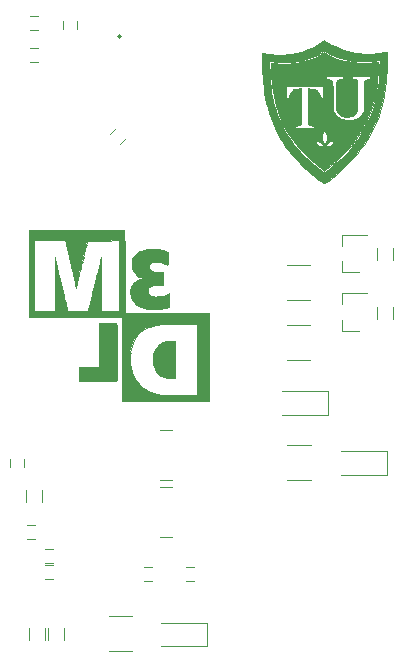
<source format=gbo>
G04 #@! TF.FileFunction,Legend,Bot*
%FSLAX46Y46*%
G04 Gerber Fmt 4.6, Leading zero omitted, Abs format (unit mm)*
G04 Created by KiCad (PCBNEW 4.0.5+dfsg1-4) date Sat Dec 30 21:31:50 2017*
%MOMM*%
%LPD*%
G01*
G04 APERTURE LIST*
%ADD10C,0.100000*%
%ADD11C,0.120000*%
%ADD12C,0.150000*%
%ADD13C,0.010000*%
G04 APERTURE END LIST*
D10*
D11*
X139284000Y-106395000D02*
X139284000Y-105695000D01*
X138084000Y-105695000D02*
X138084000Y-106395000D01*
X141001000Y-115916000D02*
X141701000Y-115916000D01*
X141701000Y-114716000D02*
X141001000Y-114716000D01*
X141701000Y-113319000D02*
X141001000Y-113319000D01*
X141001000Y-114519000D02*
X141701000Y-114519000D01*
X139477000Y-112487000D02*
X140177000Y-112487000D01*
X140177000Y-111287000D02*
X139477000Y-111287000D01*
X147347447Y-79053081D02*
X147842421Y-78558107D01*
X146993893Y-77709579D02*
X146498919Y-78204553D01*
X152951000Y-116043000D02*
X153651000Y-116043000D01*
X153651000Y-114843000D02*
X152951000Y-114843000D01*
X150071000Y-114843000D02*
X149371000Y-114843000D01*
X149371000Y-116043000D02*
X150071000Y-116043000D01*
X142529000Y-68611000D02*
X142529000Y-69311000D01*
X143729000Y-69311000D02*
X143729000Y-68611000D01*
X139743000Y-69434000D02*
X140443000Y-69434000D01*
X140443000Y-68234000D02*
X139743000Y-68234000D01*
X139731000Y-72101000D02*
X140431000Y-72101000D01*
X140431000Y-70901000D02*
X139731000Y-70901000D01*
X169952500Y-105045000D02*
X169952500Y-107045000D01*
X169952500Y-107045000D02*
X166052500Y-107045000D01*
X169952500Y-105045000D02*
X166052500Y-105045000D01*
X154776000Y-119586500D02*
X154776000Y-121586500D01*
X154776000Y-121586500D02*
X150876000Y-121586500D01*
X154776000Y-119586500D02*
X150876000Y-119586500D01*
X165000500Y-99965000D02*
X165000500Y-101965000D01*
X165000500Y-101965000D02*
X161100500Y-101965000D01*
X165000500Y-99965000D02*
X161100500Y-99965000D01*
X161536000Y-104565000D02*
X163536000Y-104565000D01*
X163536000Y-107525000D02*
X161536000Y-107525000D01*
X146423000Y-119043000D02*
X148423000Y-119043000D01*
X148423000Y-122003000D02*
X146423000Y-122003000D01*
X163496500Y-97365000D02*
X161496500Y-97365000D01*
X161496500Y-94405000D02*
X163496500Y-94405000D01*
X163496500Y-92285000D02*
X161496500Y-92285000D01*
X161496500Y-89325000D02*
X163496500Y-89325000D01*
D12*
X147447000Y-69977000D02*
G75*
G03X147447000Y-69977000I-127000J0D01*
G01*
D11*
X166134000Y-94859000D02*
X166134000Y-93929000D01*
X166134000Y-91699000D02*
X166134000Y-92629000D01*
X166134000Y-91699000D02*
X168294000Y-91699000D01*
X166134000Y-94859000D02*
X167594000Y-94859000D01*
X166134000Y-89911000D02*
X166134000Y-88981000D01*
X166134000Y-86751000D02*
X166134000Y-87681000D01*
X166134000Y-86751000D02*
X168294000Y-86751000D01*
X166134000Y-89911000D02*
X167594000Y-89911000D01*
X140761000Y-109351000D02*
X140761000Y-108351000D01*
X139401000Y-108351000D02*
X139401000Y-109351000D01*
X139655000Y-120023000D02*
X139655000Y-121023000D01*
X141015000Y-121023000D02*
X141015000Y-120023000D01*
X141306000Y-120035000D02*
X141306000Y-121035000D01*
X142666000Y-121035000D02*
X142666000Y-120035000D01*
X150746000Y-112336000D02*
X151746000Y-112336000D01*
X150746000Y-108096000D02*
X151746000Y-108096000D01*
X150746000Y-107530000D02*
X151746000Y-107530000D01*
X150746000Y-103290000D02*
X151746000Y-103290000D01*
X170479000Y-93845000D02*
X170479000Y-92845000D01*
X169119000Y-92845000D02*
X169119000Y-93845000D01*
X170479000Y-88892000D02*
X170479000Y-87892000D01*
X169119000Y-87892000D02*
X169119000Y-88892000D01*
D13*
G36*
X139645572Y-93689632D02*
X147510500Y-93698786D01*
X147515081Y-97232107D01*
X147519663Y-100765429D01*
X154921857Y-100765429D01*
X154921857Y-100275571D01*
X153869679Y-100275571D01*
X152422257Y-100275571D01*
X152137216Y-100275317D01*
X151875347Y-100274568D01*
X151638258Y-100273343D01*
X151427558Y-100271661D01*
X151244856Y-100269541D01*
X151091762Y-100267002D01*
X150969884Y-100264064D01*
X150880831Y-100260746D01*
X150826212Y-100257067D01*
X150821096Y-100256487D01*
X150524209Y-100205015D01*
X150229270Y-100125774D01*
X149944332Y-100021598D01*
X149677448Y-99895321D01*
X149499950Y-99791641D01*
X149273479Y-99627394D01*
X149061580Y-99435067D01*
X148869318Y-99220465D01*
X148701756Y-98989390D01*
X148563957Y-98747646D01*
X148533963Y-98684494D01*
X148500954Y-98612468D01*
X148472422Y-98551052D01*
X148452488Y-98509077D01*
X148446733Y-98497571D01*
X148428427Y-98453534D01*
X148404510Y-98382142D01*
X148377240Y-98291465D01*
X148348874Y-98189571D01*
X148321668Y-98084529D01*
X148297881Y-97984407D01*
X148281789Y-97907929D01*
X148248045Y-97680941D01*
X148228591Y-97431066D01*
X148223371Y-97168745D01*
X148232329Y-96904420D01*
X148255409Y-96648534D01*
X148289703Y-96426217D01*
X148358279Y-96131665D01*
X148446588Y-95865185D01*
X148556320Y-95623364D01*
X148689167Y-95402790D01*
X148846819Y-95200052D01*
X148954471Y-95085101D01*
X149146447Y-94914116D01*
X149359318Y-94764959D01*
X149595037Y-94636787D01*
X149855554Y-94528758D01*
X150142820Y-94440030D01*
X150458788Y-94369762D01*
X150703643Y-94330334D01*
X150749934Y-94324322D01*
X150797923Y-94319087D01*
X150850342Y-94314575D01*
X150909925Y-94310733D01*
X150979405Y-94307509D01*
X151061514Y-94304850D01*
X151158986Y-94302704D01*
X151274553Y-94301017D01*
X151410949Y-94299736D01*
X151570907Y-94298810D01*
X151757159Y-94298185D01*
X151972439Y-94297809D01*
X152219479Y-94297628D01*
X152400000Y-94297591D01*
X153860500Y-94297500D01*
X153865090Y-97286536D01*
X153869679Y-100275571D01*
X154921857Y-100275571D01*
X154921857Y-97088964D01*
X154921846Y-96658729D01*
X154921803Y-96263306D01*
X154921716Y-95901218D01*
X154921572Y-95570993D01*
X154921359Y-95271156D01*
X154921064Y-95000231D01*
X154920675Y-94756745D01*
X154920178Y-94539222D01*
X154919561Y-94346190D01*
X154918811Y-94176171D01*
X154917917Y-94027693D01*
X154916864Y-93899281D01*
X154915641Y-93789460D01*
X154914234Y-93696756D01*
X154912632Y-93619694D01*
X154910821Y-93556799D01*
X154908789Y-93506597D01*
X154906524Y-93467614D01*
X154904011Y-93438374D01*
X154901240Y-93417404D01*
X154898197Y-93403229D01*
X154894869Y-93394374D01*
X154891245Y-93389365D01*
X154890107Y-93388399D01*
X154881047Y-93385461D01*
X154861010Y-93382759D01*
X154828627Y-93380284D01*
X154782526Y-93378026D01*
X154721337Y-93375975D01*
X154643689Y-93374122D01*
X154548212Y-93372458D01*
X154433535Y-93370973D01*
X154298288Y-93369657D01*
X154141099Y-93368502D01*
X153960599Y-93367498D01*
X153755416Y-93366635D01*
X153524181Y-93365904D01*
X153265522Y-93365295D01*
X152978068Y-93364800D01*
X152660450Y-93364408D01*
X152311296Y-93364111D01*
X151929237Y-93363898D01*
X151512900Y-93363761D01*
X151306893Y-93363720D01*
X147755429Y-93363143D01*
X147755429Y-90208111D01*
X147320000Y-90208111D01*
X147319978Y-90595963D01*
X147319903Y-90949125D01*
X147319758Y-91269192D01*
X147319529Y-91557760D01*
X147319200Y-91816425D01*
X147318756Y-92046781D01*
X147318181Y-92250424D01*
X147317460Y-92428951D01*
X147316579Y-92583956D01*
X147315520Y-92717034D01*
X147314270Y-92829782D01*
X147312813Y-92923795D01*
X147311133Y-93000669D01*
X147309215Y-93061998D01*
X147307044Y-93109379D01*
X147304604Y-93144406D01*
X147301881Y-93168677D01*
X147298858Y-93183785D01*
X147295521Y-93191326D01*
X147291853Y-93192897D01*
X147291302Y-93192727D01*
X147267529Y-93190383D01*
X147211387Y-93188209D01*
X147126794Y-93186260D01*
X147017666Y-93184589D01*
X146887922Y-93183251D01*
X146741478Y-93182299D01*
X146582250Y-93181788D01*
X146493016Y-93181714D01*
X145723429Y-93181714D01*
X145723429Y-91694000D01*
X145723532Y-91416868D01*
X145723863Y-91174073D01*
X145724451Y-90963666D01*
X145725325Y-90783700D01*
X145726515Y-90632225D01*
X145728051Y-90507294D01*
X145729962Y-90406957D01*
X145732279Y-90329268D01*
X145735031Y-90272276D01*
X145738247Y-90234035D01*
X145741958Y-90212596D01*
X145746107Y-90206008D01*
X145759376Y-90202035D01*
X145746507Y-90191577D01*
X145739579Y-90179228D01*
X145734954Y-90150083D01*
X145732593Y-90100573D01*
X145732454Y-90027130D01*
X145734498Y-89926184D01*
X145738684Y-89794165D01*
X145741217Y-89724676D01*
X145746764Y-89576539D01*
X145752648Y-89418857D01*
X145758476Y-89262181D01*
X145763856Y-89117061D01*
X145768396Y-88994045D01*
X145769685Y-88958964D01*
X145772834Y-88848196D01*
X145773588Y-88757249D01*
X145772019Y-88690648D01*
X145768200Y-88652914D01*
X145764695Y-88646000D01*
X145754701Y-88662638D01*
X145741008Y-88707465D01*
X145725718Y-88772851D01*
X145715898Y-88822893D01*
X145675177Y-89042310D01*
X145638062Y-89234195D01*
X145602756Y-89406893D01*
X145567458Y-89568754D01*
X145530369Y-89728124D01*
X145489691Y-89893352D01*
X145460765Y-90006714D01*
X145359965Y-90397349D01*
X145267841Y-90754326D01*
X145184011Y-91079127D01*
X145108093Y-91373230D01*
X145039703Y-91638115D01*
X144978458Y-91875263D01*
X144923976Y-92086152D01*
X144875874Y-92272263D01*
X144833769Y-92435074D01*
X144797278Y-92576067D01*
X144766019Y-92696720D01*
X144739608Y-92798513D01*
X144717662Y-92882927D01*
X144699800Y-92951439D01*
X144685637Y-93005532D01*
X144674791Y-93046683D01*
X144666879Y-93076373D01*
X144661519Y-93096081D01*
X144660406Y-93100071D01*
X144634920Y-93190786D01*
X142920860Y-93182794D01*
X142851189Y-92896504D01*
X142826677Y-92795923D01*
X142795741Y-92669207D01*
X142760608Y-92525461D01*
X142723503Y-92373787D01*
X142686652Y-92223292D01*
X142665872Y-92138500D01*
X142628233Y-91984850D01*
X142587201Y-91817144D01*
X142545486Y-91646471D01*
X142505797Y-91483917D01*
X142470844Y-91340573D01*
X142457503Y-91285786D01*
X142424545Y-91150411D01*
X142385904Y-90991765D01*
X142344499Y-90821831D01*
X142303249Y-90652589D01*
X142265074Y-90496021D01*
X142256358Y-90460286D01*
X142222035Y-90319450D01*
X142186358Y-90172854D01*
X142151573Y-90029738D01*
X142119926Y-89899343D01*
X142093661Y-89790911D01*
X142084431Y-89752714D01*
X142059643Y-89650203D01*
X142035643Y-89551265D01*
X142014772Y-89465525D01*
X141999370Y-89402609D01*
X141996223Y-89389857D01*
X141984400Y-89338079D01*
X141967607Y-89259139D01*
X141947595Y-89161530D01*
X141926116Y-89053749D01*
X141912078Y-88981643D01*
X141891712Y-88879583D01*
X141872448Y-88789637D01*
X141855720Y-88718012D01*
X141842964Y-88670914D01*
X141836589Y-88655072D01*
X141830796Y-88664311D01*
X141827738Y-88704822D01*
X141827573Y-88771686D01*
X141830217Y-88854643D01*
X141832238Y-88916325D01*
X141834230Y-89008091D01*
X141836182Y-89127225D01*
X141838084Y-89271010D01*
X141839925Y-89436731D01*
X141841695Y-89621671D01*
X141843383Y-89823116D01*
X141844978Y-90038348D01*
X141846471Y-90264653D01*
X141847850Y-90499314D01*
X141849105Y-90739616D01*
X141850226Y-90982841D01*
X141851201Y-91226276D01*
X141852022Y-91467203D01*
X141852676Y-91702907D01*
X141853153Y-91930672D01*
X141853443Y-92147782D01*
X141853536Y-92351521D01*
X141853420Y-92539174D01*
X141853085Y-92708023D01*
X141852522Y-92855355D01*
X141851718Y-92978451D01*
X141850664Y-93074598D01*
X141849350Y-93141078D01*
X141847764Y-93175177D01*
X141846983Y-93179217D01*
X141826337Y-93181417D01*
X141772965Y-93183283D01*
X141690427Y-93184790D01*
X141582281Y-93185911D01*
X141452085Y-93186619D01*
X141303400Y-93186888D01*
X141139782Y-93186692D01*
X140964792Y-93186004D01*
X140947322Y-93185910D01*
X140062857Y-93181034D01*
X140062857Y-87212714D01*
X142728459Y-87212714D01*
X142747696Y-87284156D01*
X142758211Y-87325656D01*
X142775032Y-87394898D01*
X142796337Y-87484261D01*
X142820305Y-87586122D01*
X142837655Y-87660620D01*
X142854105Y-87731133D01*
X142878036Y-87833087D01*
X142908536Y-87962624D01*
X142944692Y-88115884D01*
X142985593Y-88289007D01*
X143030326Y-88478134D01*
X143077980Y-88679405D01*
X143127642Y-88888960D01*
X143178401Y-89102940D01*
X143199134Y-89190286D01*
X143263870Y-89463487D01*
X143320680Y-89704571D01*
X143370239Y-89916674D01*
X143413221Y-90102931D01*
X143450301Y-90266478D01*
X143482155Y-90410448D01*
X143509457Y-90537977D01*
X143532882Y-90652201D01*
X143553106Y-90756255D01*
X143570803Y-90853273D01*
X143586648Y-90946390D01*
X143601316Y-91038743D01*
X143611207Y-91104357D01*
X143624713Y-91191506D01*
X143635741Y-91248658D01*
X143645247Y-91274829D01*
X143654183Y-91269032D01*
X143663507Y-91230281D01*
X143674172Y-91157589D01*
X143687132Y-91049970D01*
X143690250Y-91022714D01*
X143698127Y-90958545D01*
X143707602Y-90892307D01*
X143719302Y-90821252D01*
X143733854Y-90742629D01*
X143751886Y-90653689D01*
X143774024Y-90551680D01*
X143800897Y-90433854D01*
X143833132Y-90297460D01*
X143871357Y-90139748D01*
X143916198Y-89957968D01*
X143968283Y-89749371D01*
X144028240Y-89511205D01*
X144096696Y-89240722D01*
X144097984Y-89235643D01*
X144151652Y-89023970D01*
X144205799Y-88810343D01*
X144259232Y-88599477D01*
X144310756Y-88396086D01*
X144359178Y-88204883D01*
X144403305Y-88030583D01*
X144441941Y-87877901D01*
X144473894Y-87751550D01*
X144495434Y-87666286D01*
X144607643Y-87221786D01*
X145963821Y-87217135D01*
X147320000Y-87212483D01*
X147320000Y-90208111D01*
X147755429Y-90208111D01*
X147755429Y-89853984D01*
X147755373Y-89499522D01*
X147755208Y-89154607D01*
X147754940Y-88821004D01*
X147754575Y-88500479D01*
X147754117Y-88194797D01*
X147753573Y-87905724D01*
X147752948Y-87635026D01*
X147752247Y-87384468D01*
X147751476Y-87155816D01*
X147750641Y-86950835D01*
X147749746Y-86771292D01*
X147748798Y-86618951D01*
X147747801Y-86495579D01*
X147746762Y-86402940D01*
X147745686Y-86342801D01*
X147744578Y-86316927D01*
X147744416Y-86316127D01*
X147740897Y-86312907D01*
X147731988Y-86309934D01*
X147716305Y-86307200D01*
X147692467Y-86304694D01*
X147659090Y-86302407D01*
X147614794Y-86300328D01*
X147558194Y-86298448D01*
X147487908Y-86296757D01*
X147402555Y-86295245D01*
X147300752Y-86293903D01*
X147181115Y-86292720D01*
X147042263Y-86291688D01*
X146882813Y-86290796D01*
X146701383Y-86290034D01*
X146496590Y-86289393D01*
X146267052Y-86288862D01*
X146011387Y-86288433D01*
X145728210Y-86288095D01*
X145416142Y-86287838D01*
X145073798Y-86287653D01*
X144699796Y-86287530D01*
X144292755Y-86287459D01*
X143851290Y-86287430D01*
X143689488Y-86287429D01*
X139645572Y-86287429D01*
X139645572Y-93689632D01*
X139645572Y-93689632D01*
G37*
X139645572Y-93689632D02*
X147510500Y-93698786D01*
X147515081Y-97232107D01*
X147519663Y-100765429D01*
X154921857Y-100765429D01*
X154921857Y-100275571D01*
X153869679Y-100275571D01*
X152422257Y-100275571D01*
X152137216Y-100275317D01*
X151875347Y-100274568D01*
X151638258Y-100273343D01*
X151427558Y-100271661D01*
X151244856Y-100269541D01*
X151091762Y-100267002D01*
X150969884Y-100264064D01*
X150880831Y-100260746D01*
X150826212Y-100257067D01*
X150821096Y-100256487D01*
X150524209Y-100205015D01*
X150229270Y-100125774D01*
X149944332Y-100021598D01*
X149677448Y-99895321D01*
X149499950Y-99791641D01*
X149273479Y-99627394D01*
X149061580Y-99435067D01*
X148869318Y-99220465D01*
X148701756Y-98989390D01*
X148563957Y-98747646D01*
X148533963Y-98684494D01*
X148500954Y-98612468D01*
X148472422Y-98551052D01*
X148452488Y-98509077D01*
X148446733Y-98497571D01*
X148428427Y-98453534D01*
X148404510Y-98382142D01*
X148377240Y-98291465D01*
X148348874Y-98189571D01*
X148321668Y-98084529D01*
X148297881Y-97984407D01*
X148281789Y-97907929D01*
X148248045Y-97680941D01*
X148228591Y-97431066D01*
X148223371Y-97168745D01*
X148232329Y-96904420D01*
X148255409Y-96648534D01*
X148289703Y-96426217D01*
X148358279Y-96131665D01*
X148446588Y-95865185D01*
X148556320Y-95623364D01*
X148689167Y-95402790D01*
X148846819Y-95200052D01*
X148954471Y-95085101D01*
X149146447Y-94914116D01*
X149359318Y-94764959D01*
X149595037Y-94636787D01*
X149855554Y-94528758D01*
X150142820Y-94440030D01*
X150458788Y-94369762D01*
X150703643Y-94330334D01*
X150749934Y-94324322D01*
X150797923Y-94319087D01*
X150850342Y-94314575D01*
X150909925Y-94310733D01*
X150979405Y-94307509D01*
X151061514Y-94304850D01*
X151158986Y-94302704D01*
X151274553Y-94301017D01*
X151410949Y-94299736D01*
X151570907Y-94298810D01*
X151757159Y-94298185D01*
X151972439Y-94297809D01*
X152219479Y-94297628D01*
X152400000Y-94297591D01*
X153860500Y-94297500D01*
X153865090Y-97286536D01*
X153869679Y-100275571D01*
X154921857Y-100275571D01*
X154921857Y-97088964D01*
X154921846Y-96658729D01*
X154921803Y-96263306D01*
X154921716Y-95901218D01*
X154921572Y-95570993D01*
X154921359Y-95271156D01*
X154921064Y-95000231D01*
X154920675Y-94756745D01*
X154920178Y-94539222D01*
X154919561Y-94346190D01*
X154918811Y-94176171D01*
X154917917Y-94027693D01*
X154916864Y-93899281D01*
X154915641Y-93789460D01*
X154914234Y-93696756D01*
X154912632Y-93619694D01*
X154910821Y-93556799D01*
X154908789Y-93506597D01*
X154906524Y-93467614D01*
X154904011Y-93438374D01*
X154901240Y-93417404D01*
X154898197Y-93403229D01*
X154894869Y-93394374D01*
X154891245Y-93389365D01*
X154890107Y-93388399D01*
X154881047Y-93385461D01*
X154861010Y-93382759D01*
X154828627Y-93380284D01*
X154782526Y-93378026D01*
X154721337Y-93375975D01*
X154643689Y-93374122D01*
X154548212Y-93372458D01*
X154433535Y-93370973D01*
X154298288Y-93369657D01*
X154141099Y-93368502D01*
X153960599Y-93367498D01*
X153755416Y-93366635D01*
X153524181Y-93365904D01*
X153265522Y-93365295D01*
X152978068Y-93364800D01*
X152660450Y-93364408D01*
X152311296Y-93364111D01*
X151929237Y-93363898D01*
X151512900Y-93363761D01*
X151306893Y-93363720D01*
X147755429Y-93363143D01*
X147755429Y-90208111D01*
X147320000Y-90208111D01*
X147319978Y-90595963D01*
X147319903Y-90949125D01*
X147319758Y-91269192D01*
X147319529Y-91557760D01*
X147319200Y-91816425D01*
X147318756Y-92046781D01*
X147318181Y-92250424D01*
X147317460Y-92428951D01*
X147316579Y-92583956D01*
X147315520Y-92717034D01*
X147314270Y-92829782D01*
X147312813Y-92923795D01*
X147311133Y-93000669D01*
X147309215Y-93061998D01*
X147307044Y-93109379D01*
X147304604Y-93144406D01*
X147301881Y-93168677D01*
X147298858Y-93183785D01*
X147295521Y-93191326D01*
X147291853Y-93192897D01*
X147291302Y-93192727D01*
X147267529Y-93190383D01*
X147211387Y-93188209D01*
X147126794Y-93186260D01*
X147017666Y-93184589D01*
X146887922Y-93183251D01*
X146741478Y-93182299D01*
X146582250Y-93181788D01*
X146493016Y-93181714D01*
X145723429Y-93181714D01*
X145723429Y-91694000D01*
X145723532Y-91416868D01*
X145723863Y-91174073D01*
X145724451Y-90963666D01*
X145725325Y-90783700D01*
X145726515Y-90632225D01*
X145728051Y-90507294D01*
X145729962Y-90406957D01*
X145732279Y-90329268D01*
X145735031Y-90272276D01*
X145738247Y-90234035D01*
X145741958Y-90212596D01*
X145746107Y-90206008D01*
X145759376Y-90202035D01*
X145746507Y-90191577D01*
X145739579Y-90179228D01*
X145734954Y-90150083D01*
X145732593Y-90100573D01*
X145732454Y-90027130D01*
X145734498Y-89926184D01*
X145738684Y-89794165D01*
X145741217Y-89724676D01*
X145746764Y-89576539D01*
X145752648Y-89418857D01*
X145758476Y-89262181D01*
X145763856Y-89117061D01*
X145768396Y-88994045D01*
X145769685Y-88958964D01*
X145772834Y-88848196D01*
X145773588Y-88757249D01*
X145772019Y-88690648D01*
X145768200Y-88652914D01*
X145764695Y-88646000D01*
X145754701Y-88662638D01*
X145741008Y-88707465D01*
X145725718Y-88772851D01*
X145715898Y-88822893D01*
X145675177Y-89042310D01*
X145638062Y-89234195D01*
X145602756Y-89406893D01*
X145567458Y-89568754D01*
X145530369Y-89728124D01*
X145489691Y-89893352D01*
X145460765Y-90006714D01*
X145359965Y-90397349D01*
X145267841Y-90754326D01*
X145184011Y-91079127D01*
X145108093Y-91373230D01*
X145039703Y-91638115D01*
X144978458Y-91875263D01*
X144923976Y-92086152D01*
X144875874Y-92272263D01*
X144833769Y-92435074D01*
X144797278Y-92576067D01*
X144766019Y-92696720D01*
X144739608Y-92798513D01*
X144717662Y-92882927D01*
X144699800Y-92951439D01*
X144685637Y-93005532D01*
X144674791Y-93046683D01*
X144666879Y-93076373D01*
X144661519Y-93096081D01*
X144660406Y-93100071D01*
X144634920Y-93190786D01*
X142920860Y-93182794D01*
X142851189Y-92896504D01*
X142826677Y-92795923D01*
X142795741Y-92669207D01*
X142760608Y-92525461D01*
X142723503Y-92373787D01*
X142686652Y-92223292D01*
X142665872Y-92138500D01*
X142628233Y-91984850D01*
X142587201Y-91817144D01*
X142545486Y-91646471D01*
X142505797Y-91483917D01*
X142470844Y-91340573D01*
X142457503Y-91285786D01*
X142424545Y-91150411D01*
X142385904Y-90991765D01*
X142344499Y-90821831D01*
X142303249Y-90652589D01*
X142265074Y-90496021D01*
X142256358Y-90460286D01*
X142222035Y-90319450D01*
X142186358Y-90172854D01*
X142151573Y-90029738D01*
X142119926Y-89899343D01*
X142093661Y-89790911D01*
X142084431Y-89752714D01*
X142059643Y-89650203D01*
X142035643Y-89551265D01*
X142014772Y-89465525D01*
X141999370Y-89402609D01*
X141996223Y-89389857D01*
X141984400Y-89338079D01*
X141967607Y-89259139D01*
X141947595Y-89161530D01*
X141926116Y-89053749D01*
X141912078Y-88981643D01*
X141891712Y-88879583D01*
X141872448Y-88789637D01*
X141855720Y-88718012D01*
X141842964Y-88670914D01*
X141836589Y-88655072D01*
X141830796Y-88664311D01*
X141827738Y-88704822D01*
X141827573Y-88771686D01*
X141830217Y-88854643D01*
X141832238Y-88916325D01*
X141834230Y-89008091D01*
X141836182Y-89127225D01*
X141838084Y-89271010D01*
X141839925Y-89436731D01*
X141841695Y-89621671D01*
X141843383Y-89823116D01*
X141844978Y-90038348D01*
X141846471Y-90264653D01*
X141847850Y-90499314D01*
X141849105Y-90739616D01*
X141850226Y-90982841D01*
X141851201Y-91226276D01*
X141852022Y-91467203D01*
X141852676Y-91702907D01*
X141853153Y-91930672D01*
X141853443Y-92147782D01*
X141853536Y-92351521D01*
X141853420Y-92539174D01*
X141853085Y-92708023D01*
X141852522Y-92855355D01*
X141851718Y-92978451D01*
X141850664Y-93074598D01*
X141849350Y-93141078D01*
X141847764Y-93175177D01*
X141846983Y-93179217D01*
X141826337Y-93181417D01*
X141772965Y-93183283D01*
X141690427Y-93184790D01*
X141582281Y-93185911D01*
X141452085Y-93186619D01*
X141303400Y-93186888D01*
X141139782Y-93186692D01*
X140964792Y-93186004D01*
X140947322Y-93185910D01*
X140062857Y-93181034D01*
X140062857Y-87212714D01*
X142728459Y-87212714D01*
X142747696Y-87284156D01*
X142758211Y-87325656D01*
X142775032Y-87394898D01*
X142796337Y-87484261D01*
X142820305Y-87586122D01*
X142837655Y-87660620D01*
X142854105Y-87731133D01*
X142878036Y-87833087D01*
X142908536Y-87962624D01*
X142944692Y-88115884D01*
X142985593Y-88289007D01*
X143030326Y-88478134D01*
X143077980Y-88679405D01*
X143127642Y-88888960D01*
X143178401Y-89102940D01*
X143199134Y-89190286D01*
X143263870Y-89463487D01*
X143320680Y-89704571D01*
X143370239Y-89916674D01*
X143413221Y-90102931D01*
X143450301Y-90266478D01*
X143482155Y-90410448D01*
X143509457Y-90537977D01*
X143532882Y-90652201D01*
X143553106Y-90756255D01*
X143570803Y-90853273D01*
X143586648Y-90946390D01*
X143601316Y-91038743D01*
X143611207Y-91104357D01*
X143624713Y-91191506D01*
X143635741Y-91248658D01*
X143645247Y-91274829D01*
X143654183Y-91269032D01*
X143663507Y-91230281D01*
X143674172Y-91157589D01*
X143687132Y-91049970D01*
X143690250Y-91022714D01*
X143698127Y-90958545D01*
X143707602Y-90892307D01*
X143719302Y-90821252D01*
X143733854Y-90742629D01*
X143751886Y-90653689D01*
X143774024Y-90551680D01*
X143800897Y-90433854D01*
X143833132Y-90297460D01*
X143871357Y-90139748D01*
X143916198Y-89957968D01*
X143968283Y-89749371D01*
X144028240Y-89511205D01*
X144096696Y-89240722D01*
X144097984Y-89235643D01*
X144151652Y-89023970D01*
X144205799Y-88810343D01*
X144259232Y-88599477D01*
X144310756Y-88396086D01*
X144359178Y-88204883D01*
X144403305Y-88030583D01*
X144441941Y-87877901D01*
X144473894Y-87751550D01*
X144495434Y-87666286D01*
X144607643Y-87221786D01*
X145963821Y-87217135D01*
X147320000Y-87212483D01*
X147320000Y-90208111D01*
X147755429Y-90208111D01*
X147755429Y-89853984D01*
X147755373Y-89499522D01*
X147755208Y-89154607D01*
X147754940Y-88821004D01*
X147754575Y-88500479D01*
X147754117Y-88194797D01*
X147753573Y-87905724D01*
X147752948Y-87635026D01*
X147752247Y-87384468D01*
X147751476Y-87155816D01*
X147750641Y-86950835D01*
X147749746Y-86771292D01*
X147748798Y-86618951D01*
X147747801Y-86495579D01*
X147746762Y-86402940D01*
X147745686Y-86342801D01*
X147744578Y-86316927D01*
X147744416Y-86316127D01*
X147740897Y-86312907D01*
X147731988Y-86309934D01*
X147716305Y-86307200D01*
X147692467Y-86304694D01*
X147659090Y-86302407D01*
X147614794Y-86300328D01*
X147558194Y-86298448D01*
X147487908Y-86296757D01*
X147402555Y-86295245D01*
X147300752Y-86293903D01*
X147181115Y-86292720D01*
X147042263Y-86291688D01*
X146882813Y-86290796D01*
X146701383Y-86290034D01*
X146496590Y-86289393D01*
X146267052Y-86288862D01*
X146011387Y-86288433D01*
X145728210Y-86288095D01*
X145416142Y-86287838D01*
X145073798Y-86287653D01*
X144699796Y-86287530D01*
X144292755Y-86287459D01*
X143851290Y-86287430D01*
X143689488Y-86287429D01*
X139645572Y-86287429D01*
X139645572Y-93689632D01*
G36*
X146556634Y-94164609D02*
X146374735Y-94165423D01*
X146320943Y-94165756D01*
X145587357Y-94170500D01*
X145578286Y-96057357D01*
X145569214Y-97944214D01*
X144725571Y-97953286D01*
X143881929Y-97962357D01*
X143881929Y-99105357D01*
X145470842Y-99109991D01*
X145707823Y-99110546D01*
X145934384Y-99110811D01*
X146147902Y-99110797D01*
X146345756Y-99110519D01*
X146525323Y-99109987D01*
X146683981Y-99109215D01*
X146819108Y-99108215D01*
X146928082Y-99106999D01*
X147008281Y-99105579D01*
X147057083Y-99103968D01*
X147071949Y-99102432D01*
X147073721Y-99082868D01*
X147075343Y-99029576D01*
X147076816Y-98945117D01*
X147078142Y-98832046D01*
X147079322Y-98692924D01*
X147080358Y-98530308D01*
X147081251Y-98346756D01*
X147082002Y-98144828D01*
X147082614Y-97927080D01*
X147083087Y-97696073D01*
X147083424Y-97454363D01*
X147083625Y-97204510D01*
X147083693Y-96949071D01*
X147083628Y-96690606D01*
X147083433Y-96431671D01*
X147083108Y-96174827D01*
X147082656Y-95922630D01*
X147082077Y-95677640D01*
X147081373Y-95442414D01*
X147080547Y-95219512D01*
X147079598Y-95011490D01*
X147078529Y-94820909D01*
X147077342Y-94650325D01*
X147076037Y-94502298D01*
X147074616Y-94379386D01*
X147073082Y-94284146D01*
X147071434Y-94219138D01*
X147069676Y-94186920D01*
X147069058Y-94183899D01*
X147057848Y-94177992D01*
X147030623Y-94173249D01*
X146984594Y-94169600D01*
X146916970Y-94166980D01*
X146824962Y-94165320D01*
X146705780Y-94164552D01*
X146556634Y-94164609D01*
X146556634Y-94164609D01*
G37*
X146556634Y-94164609D02*
X146374735Y-94165423D01*
X146320943Y-94165756D01*
X145587357Y-94170500D01*
X145578286Y-96057357D01*
X145569214Y-97944214D01*
X144725571Y-97953286D01*
X143881929Y-97962357D01*
X143881929Y-99105357D01*
X145470842Y-99109991D01*
X145707823Y-99110546D01*
X145934384Y-99110811D01*
X146147902Y-99110797D01*
X146345756Y-99110519D01*
X146525323Y-99109987D01*
X146683981Y-99109215D01*
X146819108Y-99108215D01*
X146928082Y-99106999D01*
X147008281Y-99105579D01*
X147057083Y-99103968D01*
X147071949Y-99102432D01*
X147073721Y-99082868D01*
X147075343Y-99029576D01*
X147076816Y-98945117D01*
X147078142Y-98832046D01*
X147079322Y-98692924D01*
X147080358Y-98530308D01*
X147081251Y-98346756D01*
X147082002Y-98144828D01*
X147082614Y-97927080D01*
X147083087Y-97696073D01*
X147083424Y-97454363D01*
X147083625Y-97204510D01*
X147083693Y-96949071D01*
X147083628Y-96690606D01*
X147083433Y-96431671D01*
X147083108Y-96174827D01*
X147082656Y-95922630D01*
X147082077Y-95677640D01*
X147081373Y-95442414D01*
X147080547Y-95219512D01*
X147079598Y-95011490D01*
X147078529Y-94820909D01*
X147077342Y-94650325D01*
X147076037Y-94502298D01*
X147074616Y-94379386D01*
X147073082Y-94284146D01*
X147071434Y-94219138D01*
X147069676Y-94186920D01*
X147069058Y-94183899D01*
X147057848Y-94177992D01*
X147030623Y-94173249D01*
X146984594Y-94169600D01*
X146916970Y-94166980D01*
X146824962Y-94165320D01*
X146705780Y-94164552D01*
X146556634Y-94164609D01*
G36*
X150066281Y-87933623D02*
X149946501Y-87935799D01*
X149835472Y-87939873D01*
X149740090Y-87945719D01*
X149667251Y-87953214D01*
X149624143Y-87962125D01*
X149590721Y-87970298D01*
X149537043Y-87979743D01*
X149508130Y-87983936D01*
X149372158Y-88013022D01*
X149223471Y-88063145D01*
X149071954Y-88129515D01*
X148927490Y-88207342D01*
X148799966Y-88291837D01*
X148703742Y-88373690D01*
X148581793Y-88511206D01*
X148491083Y-88651525D01*
X148428517Y-88801858D01*
X148391000Y-88969411D01*
X148376257Y-89136644D01*
X148379844Y-89347971D01*
X148409102Y-89537542D01*
X148465542Y-89710679D01*
X148550679Y-89872701D01*
X148609922Y-89958521D01*
X148717581Y-90076808D01*
X148851408Y-90183553D01*
X149001660Y-90272394D01*
X149158590Y-90336967D01*
X149213737Y-90352769D01*
X149262742Y-90367843D01*
X149292934Y-90382395D01*
X149297572Y-90388273D01*
X149281532Y-90399824D01*
X149241255Y-90411706D01*
X149221998Y-90415436D01*
X149121413Y-90439189D01*
X149005909Y-90476959D01*
X148891052Y-90523080D01*
X148793027Y-90571540D01*
X148701939Y-90633557D01*
X148605141Y-90717199D01*
X148511538Y-90813178D01*
X148430034Y-90912206D01*
X148369533Y-91004995D01*
X148360264Y-91022951D01*
X148311612Y-91132022D01*
X148278148Y-91232848D01*
X148257966Y-91335863D01*
X148249157Y-91451502D01*
X148249817Y-91590200D01*
X148250909Y-91621429D01*
X148257526Y-91735424D01*
X148267724Y-91841293D01*
X148280350Y-91928737D01*
X148290492Y-91975214D01*
X148363949Y-92175524D01*
X148467922Y-92356894D01*
X148601606Y-92518704D01*
X148764198Y-92660335D01*
X148954891Y-92781166D01*
X149172881Y-92880578D01*
X149417364Y-92957951D01*
X149624143Y-93002291D01*
X149718801Y-93015534D01*
X149837824Y-93027218D01*
X149972021Y-93036914D01*
X150112200Y-93044197D01*
X150249169Y-93048639D01*
X150373737Y-93049812D01*
X150476712Y-93047289D01*
X150522214Y-93044035D01*
X150723903Y-93022110D01*
X150897486Y-92998547D01*
X151051145Y-92971835D01*
X151193060Y-92940467D01*
X151331411Y-92902930D01*
X151399426Y-92882130D01*
X151547286Y-92835421D01*
X151547286Y-92264711D01*
X151547080Y-92103193D01*
X151546356Y-91974453D01*
X151544953Y-91874987D01*
X151542710Y-91801288D01*
X151539467Y-91749851D01*
X151535063Y-91717171D01*
X151529338Y-91699742D01*
X151522130Y-91694059D01*
X151521142Y-91694000D01*
X151491230Y-91703571D01*
X151485210Y-91709838D01*
X151460966Y-91727861D01*
X151409179Y-91753845D01*
X151336960Y-91784993D01*
X151251422Y-91818509D01*
X151159675Y-91851596D01*
X151068832Y-91881457D01*
X150992561Y-91903572D01*
X150919086Y-91921920D01*
X150852280Y-91935232D01*
X150783307Y-91944453D01*
X150703330Y-91950525D01*
X150603510Y-91954391D01*
X150495000Y-91956672D01*
X150390758Y-91957851D01*
X150298969Y-91957836D01*
X150225849Y-91956714D01*
X150177612Y-91954569D01*
X150160909Y-91952064D01*
X150131368Y-91943116D01*
X150097409Y-91938353D01*
X150058232Y-91928084D01*
X149999946Y-91904744D01*
X149934923Y-91873306D01*
X149932652Y-91872107D01*
X149856557Y-91826576D01*
X149803100Y-91779768D01*
X149760534Y-91721898D01*
X149731767Y-91670941D01*
X149715453Y-91625543D01*
X149708275Y-91571752D01*
X149706918Y-91496238D01*
X149712357Y-91396822D01*
X149730957Y-91320890D01*
X149767781Y-91256552D01*
X149827895Y-91191921D01*
X149842140Y-91178831D01*
X149913907Y-91121993D01*
X149992888Y-91076753D01*
X150083791Y-91042034D01*
X150191328Y-91016756D01*
X150320207Y-90999841D01*
X150475140Y-90990210D01*
X150660835Y-90986786D01*
X150680964Y-90986744D01*
X151039286Y-90986429D01*
X151039286Y-89900411D01*
X150753536Y-89891130D01*
X150648113Y-89887302D01*
X150548909Y-89882968D01*
X150464602Y-89878561D01*
X150403870Y-89874510D01*
X150386143Y-89872875D01*
X150327503Y-89866735D01*
X150279118Y-89862181D01*
X150268214Y-89861314D01*
X150247037Y-89859013D01*
X150224107Y-89853494D01*
X150191147Y-89841904D01*
X150139878Y-89821389D01*
X150077894Y-89795708D01*
X150004642Y-89755100D01*
X149934572Y-89698993D01*
X149876633Y-89636187D01*
X149839770Y-89575482D01*
X149833194Y-89555002D01*
X149827247Y-89511889D01*
X149830204Y-89486345D01*
X149830902Y-89485479D01*
X149830430Y-89464713D01*
X149821995Y-89451286D01*
X149811705Y-89419869D01*
X149815649Y-89406372D01*
X149825895Y-89374302D01*
X149832408Y-89326336D01*
X149832514Y-89324665D01*
X149852584Y-89250850D01*
X149899168Y-89176712D01*
X149964535Y-89113925D01*
X149978519Y-89104191D01*
X150054384Y-89062870D01*
X150139547Y-89034435D01*
X150240761Y-89017698D01*
X150364781Y-89011470D01*
X150493683Y-89013571D01*
X150686115Y-89028233D01*
X150858392Y-89059079D01*
X151024314Y-89109508D01*
X151197684Y-89182919D01*
X151215107Y-89191243D01*
X151282953Y-89222973D01*
X151339199Y-89247497D01*
X151375356Y-89261192D01*
X151382929Y-89262857D01*
X151389173Y-89246822D01*
X151394161Y-89198194D01*
X151397919Y-89116194D01*
X151400476Y-89000040D01*
X151401859Y-88848952D01*
X151402143Y-88720346D01*
X151402143Y-88177835D01*
X151343179Y-88155220D01*
X151301195Y-88139364D01*
X151276355Y-88130442D01*
X151275143Y-88130073D01*
X151252726Y-88124028D01*
X151216179Y-88114282D01*
X151180166Y-88099377D01*
X151166286Y-88083795D01*
X151153120Y-88073760D01*
X151140907Y-88076306D01*
X151111463Y-88074111D01*
X151103367Y-88066370D01*
X151082464Y-88054137D01*
X151075661Y-88056302D01*
X151050444Y-88056780D01*
X151004831Y-88046828D01*
X150981665Y-88039718D01*
X150913266Y-88019654D01*
X150843582Y-88003244D01*
X150830643Y-88000808D01*
X150780099Y-87990185D01*
X150744765Y-87979605D01*
X150739929Y-87977295D01*
X150709832Y-87968306D01*
X150667357Y-87962729D01*
X150620125Y-87958777D01*
X150553056Y-87952365D01*
X150495000Y-87946389D01*
X150409173Y-87939728D01*
X150304513Y-87935463D01*
X150187917Y-87933470D01*
X150066281Y-87933623D01*
X150066281Y-87933623D01*
G37*
X150066281Y-87933623D02*
X149946501Y-87935799D01*
X149835472Y-87939873D01*
X149740090Y-87945719D01*
X149667251Y-87953214D01*
X149624143Y-87962125D01*
X149590721Y-87970298D01*
X149537043Y-87979743D01*
X149508130Y-87983936D01*
X149372158Y-88013022D01*
X149223471Y-88063145D01*
X149071954Y-88129515D01*
X148927490Y-88207342D01*
X148799966Y-88291837D01*
X148703742Y-88373690D01*
X148581793Y-88511206D01*
X148491083Y-88651525D01*
X148428517Y-88801858D01*
X148391000Y-88969411D01*
X148376257Y-89136644D01*
X148379844Y-89347971D01*
X148409102Y-89537542D01*
X148465542Y-89710679D01*
X148550679Y-89872701D01*
X148609922Y-89958521D01*
X148717581Y-90076808D01*
X148851408Y-90183553D01*
X149001660Y-90272394D01*
X149158590Y-90336967D01*
X149213737Y-90352769D01*
X149262742Y-90367843D01*
X149292934Y-90382395D01*
X149297572Y-90388273D01*
X149281532Y-90399824D01*
X149241255Y-90411706D01*
X149221998Y-90415436D01*
X149121413Y-90439189D01*
X149005909Y-90476959D01*
X148891052Y-90523080D01*
X148793027Y-90571540D01*
X148701939Y-90633557D01*
X148605141Y-90717199D01*
X148511538Y-90813178D01*
X148430034Y-90912206D01*
X148369533Y-91004995D01*
X148360264Y-91022951D01*
X148311612Y-91132022D01*
X148278148Y-91232848D01*
X148257966Y-91335863D01*
X148249157Y-91451502D01*
X148249817Y-91590200D01*
X148250909Y-91621429D01*
X148257526Y-91735424D01*
X148267724Y-91841293D01*
X148280350Y-91928737D01*
X148290492Y-91975214D01*
X148363949Y-92175524D01*
X148467922Y-92356894D01*
X148601606Y-92518704D01*
X148764198Y-92660335D01*
X148954891Y-92781166D01*
X149172881Y-92880578D01*
X149417364Y-92957951D01*
X149624143Y-93002291D01*
X149718801Y-93015534D01*
X149837824Y-93027218D01*
X149972021Y-93036914D01*
X150112200Y-93044197D01*
X150249169Y-93048639D01*
X150373737Y-93049812D01*
X150476712Y-93047289D01*
X150522214Y-93044035D01*
X150723903Y-93022110D01*
X150897486Y-92998547D01*
X151051145Y-92971835D01*
X151193060Y-92940467D01*
X151331411Y-92902930D01*
X151399426Y-92882130D01*
X151547286Y-92835421D01*
X151547286Y-92264711D01*
X151547080Y-92103193D01*
X151546356Y-91974453D01*
X151544953Y-91874987D01*
X151542710Y-91801288D01*
X151539467Y-91749851D01*
X151535063Y-91717171D01*
X151529338Y-91699742D01*
X151522130Y-91694059D01*
X151521142Y-91694000D01*
X151491230Y-91703571D01*
X151485210Y-91709838D01*
X151460966Y-91727861D01*
X151409179Y-91753845D01*
X151336960Y-91784993D01*
X151251422Y-91818509D01*
X151159675Y-91851596D01*
X151068832Y-91881457D01*
X150992561Y-91903572D01*
X150919086Y-91921920D01*
X150852280Y-91935232D01*
X150783307Y-91944453D01*
X150703330Y-91950525D01*
X150603510Y-91954391D01*
X150495000Y-91956672D01*
X150390758Y-91957851D01*
X150298969Y-91957836D01*
X150225849Y-91956714D01*
X150177612Y-91954569D01*
X150160909Y-91952064D01*
X150131368Y-91943116D01*
X150097409Y-91938353D01*
X150058232Y-91928084D01*
X149999946Y-91904744D01*
X149934923Y-91873306D01*
X149932652Y-91872107D01*
X149856557Y-91826576D01*
X149803100Y-91779768D01*
X149760534Y-91721898D01*
X149731767Y-91670941D01*
X149715453Y-91625543D01*
X149708275Y-91571752D01*
X149706918Y-91496238D01*
X149712357Y-91396822D01*
X149730957Y-91320890D01*
X149767781Y-91256552D01*
X149827895Y-91191921D01*
X149842140Y-91178831D01*
X149913907Y-91121993D01*
X149992888Y-91076753D01*
X150083791Y-91042034D01*
X150191328Y-91016756D01*
X150320207Y-90999841D01*
X150475140Y-90990210D01*
X150660835Y-90986786D01*
X150680964Y-90986744D01*
X151039286Y-90986429D01*
X151039286Y-89900411D01*
X150753536Y-89891130D01*
X150648113Y-89887302D01*
X150548909Y-89882968D01*
X150464602Y-89878561D01*
X150403870Y-89874510D01*
X150386143Y-89872875D01*
X150327503Y-89866735D01*
X150279118Y-89862181D01*
X150268214Y-89861314D01*
X150247037Y-89859013D01*
X150224107Y-89853494D01*
X150191147Y-89841904D01*
X150139878Y-89821389D01*
X150077894Y-89795708D01*
X150004642Y-89755100D01*
X149934572Y-89698993D01*
X149876633Y-89636187D01*
X149839770Y-89575482D01*
X149833194Y-89555002D01*
X149827247Y-89511889D01*
X149830204Y-89486345D01*
X149830902Y-89485479D01*
X149830430Y-89464713D01*
X149821995Y-89451286D01*
X149811705Y-89419869D01*
X149815649Y-89406372D01*
X149825895Y-89374302D01*
X149832408Y-89326336D01*
X149832514Y-89324665D01*
X149852584Y-89250850D01*
X149899168Y-89176712D01*
X149964535Y-89113925D01*
X149978519Y-89104191D01*
X150054384Y-89062870D01*
X150139547Y-89034435D01*
X150240761Y-89017698D01*
X150364781Y-89011470D01*
X150493683Y-89013571D01*
X150686115Y-89028233D01*
X150858392Y-89059079D01*
X151024314Y-89109508D01*
X151197684Y-89182919D01*
X151215107Y-89191243D01*
X151282953Y-89222973D01*
X151339199Y-89247497D01*
X151375356Y-89261192D01*
X151382929Y-89262857D01*
X151389173Y-89246822D01*
X151394161Y-89198194D01*
X151397919Y-89116194D01*
X151400476Y-89000040D01*
X151401859Y-88848952D01*
X151402143Y-88720346D01*
X151402143Y-88177835D01*
X151343179Y-88155220D01*
X151301195Y-88139364D01*
X151276355Y-88130442D01*
X151275143Y-88130073D01*
X151252726Y-88124028D01*
X151216179Y-88114282D01*
X151180166Y-88099377D01*
X151166286Y-88083795D01*
X151153120Y-88073760D01*
X151140907Y-88076306D01*
X151111463Y-88074111D01*
X151103367Y-88066370D01*
X151082464Y-88054137D01*
X151075661Y-88056302D01*
X151050444Y-88056780D01*
X151004831Y-88046828D01*
X150981665Y-88039718D01*
X150913266Y-88019654D01*
X150843582Y-88003244D01*
X150830643Y-88000808D01*
X150780099Y-87990185D01*
X150744765Y-87979605D01*
X150739929Y-87977295D01*
X150709832Y-87968306D01*
X150667357Y-87962729D01*
X150620125Y-87958777D01*
X150553056Y-87952365D01*
X150495000Y-87946389D01*
X150409173Y-87939728D01*
X150304513Y-87935463D01*
X150187917Y-87933470D01*
X150066281Y-87933623D01*
G36*
X151660679Y-95726516D02*
X151508965Y-95731135D01*
X151386372Y-95737596D01*
X151285738Y-95747317D01*
X151199901Y-95761718D01*
X151121697Y-95782218D01*
X151043965Y-95810237D01*
X150959543Y-95847193D01*
X150894143Y-95878405D01*
X150809945Y-95921680D01*
X150742294Y-95963349D01*
X150679957Y-96011695D01*
X150611704Y-96074998D01*
X150567571Y-96119192D01*
X150488953Y-96202587D01*
X150429613Y-96275308D01*
X150380660Y-96349555D01*
X150333205Y-96437526D01*
X150328010Y-96447930D01*
X150248109Y-96633506D01*
X150194133Y-96820164D01*
X150163118Y-97019741D01*
X150154746Y-97139895D01*
X150156839Y-97400032D01*
X150185880Y-97647070D01*
X150240938Y-97877771D01*
X150321079Y-98088899D01*
X150425371Y-98277219D01*
X150517775Y-98400252D01*
X150616185Y-98507027D01*
X150712287Y-98590941D01*
X150819079Y-98662029D01*
X150937915Y-98724721D01*
X151042356Y-98770625D01*
X151146857Y-98805615D01*
X151258413Y-98830890D01*
X151384022Y-98847645D01*
X151530679Y-98857078D01*
X151705380Y-98860386D01*
X151731091Y-98860429D01*
X152037143Y-98860429D01*
X152037143Y-95717206D01*
X151660679Y-95726516D01*
X151660679Y-95726516D01*
G37*
X151660679Y-95726516D02*
X151508965Y-95731135D01*
X151386372Y-95737596D01*
X151285738Y-95747317D01*
X151199901Y-95761718D01*
X151121697Y-95782218D01*
X151043965Y-95810237D01*
X150959543Y-95847193D01*
X150894143Y-95878405D01*
X150809945Y-95921680D01*
X150742294Y-95963349D01*
X150679957Y-96011695D01*
X150611704Y-96074998D01*
X150567571Y-96119192D01*
X150488953Y-96202587D01*
X150429613Y-96275308D01*
X150380660Y-96349555D01*
X150333205Y-96437526D01*
X150328010Y-96447930D01*
X150248109Y-96633506D01*
X150194133Y-96820164D01*
X150163118Y-97019741D01*
X150154746Y-97139895D01*
X150156839Y-97400032D01*
X150185880Y-97647070D01*
X150240938Y-97877771D01*
X150321079Y-98088899D01*
X150425371Y-98277219D01*
X150517775Y-98400252D01*
X150616185Y-98507027D01*
X150712287Y-98590941D01*
X150819079Y-98662029D01*
X150937915Y-98724721D01*
X151042356Y-98770625D01*
X151146857Y-98805615D01*
X151258413Y-98830890D01*
X151384022Y-98847645D01*
X151530679Y-98857078D01*
X151705380Y-98860386D01*
X151731091Y-98860429D01*
X152037143Y-98860429D01*
X152037143Y-95717206D01*
X151660679Y-95726516D01*
G36*
X148281572Y-97817214D02*
X148290643Y-97826286D01*
X148299714Y-97817214D01*
X148290643Y-97808143D01*
X148281572Y-97817214D01*
X148281572Y-97817214D01*
G37*
X148281572Y-97817214D02*
X148290643Y-97826286D01*
X148299714Y-97817214D01*
X148290643Y-97808143D01*
X148281572Y-97817214D01*
G36*
X148263429Y-96746786D02*
X148272500Y-96755857D01*
X148281572Y-96746786D01*
X148272500Y-96737714D01*
X148263429Y-96746786D01*
X148263429Y-96746786D01*
G37*
X148263429Y-96746786D02*
X148272500Y-96755857D01*
X148281572Y-96746786D01*
X148272500Y-96737714D01*
X148263429Y-96746786D01*
G36*
X142820572Y-92664643D02*
X142829643Y-92673714D01*
X142838714Y-92664643D01*
X142829643Y-92655571D01*
X142820572Y-92664643D01*
X142820572Y-92664643D01*
G37*
X142820572Y-92664643D02*
X142829643Y-92673714D01*
X142838714Y-92664643D01*
X142829643Y-92655571D01*
X142820572Y-92664643D01*
G36*
X142729857Y-92301786D02*
X142738929Y-92310857D01*
X142748000Y-92301786D01*
X142738929Y-92292714D01*
X142729857Y-92301786D01*
X142729857Y-92301786D01*
G37*
X142729857Y-92301786D02*
X142738929Y-92310857D01*
X142748000Y-92301786D01*
X142738929Y-92292714D01*
X142729857Y-92301786D01*
G36*
X142639143Y-91920786D02*
X142648214Y-91929857D01*
X142657286Y-91920786D01*
X142648214Y-91911714D01*
X142639143Y-91920786D01*
X142639143Y-91920786D01*
G37*
X142639143Y-91920786D02*
X142648214Y-91929857D01*
X142657286Y-91920786D01*
X142648214Y-91911714D01*
X142639143Y-91920786D01*
G36*
X142548429Y-91557929D02*
X142557500Y-91567000D01*
X142566572Y-91557929D01*
X142557500Y-91548857D01*
X142548429Y-91557929D01*
X142548429Y-91557929D01*
G37*
X142548429Y-91557929D02*
X142557500Y-91567000D01*
X142566572Y-91557929D01*
X142557500Y-91548857D01*
X142548429Y-91557929D01*
G36*
X143727714Y-90922929D02*
X143736786Y-90932000D01*
X143745857Y-90922929D01*
X143736786Y-90913857D01*
X143727714Y-90922929D01*
X143727714Y-90922929D01*
G37*
X143727714Y-90922929D02*
X143736786Y-90932000D01*
X143745857Y-90922929D01*
X143736786Y-90913857D01*
X143727714Y-90922929D01*
G36*
X142004143Y-89308214D02*
X142013214Y-89317286D01*
X142022286Y-89308214D01*
X142013214Y-89299143D01*
X142004143Y-89308214D01*
X142004143Y-89308214D01*
G37*
X142004143Y-89308214D02*
X142013214Y-89317286D01*
X142022286Y-89308214D01*
X142013214Y-89299143D01*
X142004143Y-89308214D01*
G36*
X144181286Y-89017929D02*
X144190357Y-89027000D01*
X144199429Y-89017929D01*
X144190357Y-89008857D01*
X144181286Y-89017929D01*
X144181286Y-89017929D01*
G37*
X144181286Y-89017929D02*
X144190357Y-89027000D01*
X144199429Y-89017929D01*
X144190357Y-89008857D01*
X144181286Y-89017929D01*
G36*
X144272000Y-88655072D02*
X144281072Y-88664143D01*
X144290143Y-88655072D01*
X144281072Y-88646000D01*
X144272000Y-88655072D01*
X144272000Y-88655072D01*
G37*
X144272000Y-88655072D02*
X144281072Y-88664143D01*
X144290143Y-88655072D01*
X144281072Y-88646000D01*
X144272000Y-88655072D01*
G36*
X144544143Y-87584643D02*
X144553214Y-87593714D01*
X144562286Y-87584643D01*
X144553214Y-87575571D01*
X144544143Y-87584643D01*
X144544143Y-87584643D01*
G37*
X144544143Y-87584643D02*
X144553214Y-87593714D01*
X144562286Y-87584643D01*
X144553214Y-87575571D01*
X144544143Y-87584643D01*
G36*
X164641883Y-70282361D02*
X164618897Y-70297762D01*
X164586179Y-70320639D01*
X164547045Y-70348708D01*
X164542844Y-70351758D01*
X164313533Y-70507949D01*
X164067464Y-70655787D01*
X163806797Y-70794333D01*
X163533694Y-70922645D01*
X163250316Y-71039782D01*
X162958825Y-71144804D01*
X162661382Y-71236768D01*
X162360149Y-71314735D01*
X162298683Y-71328779D01*
X161952115Y-71395939D01*
X161599795Y-71444117D01*
X161243336Y-71473274D01*
X160884348Y-71483367D01*
X160524443Y-71474354D01*
X160165232Y-71446196D01*
X159808326Y-71398849D01*
X159776160Y-71393611D01*
X159718102Y-71383745D01*
X159655906Y-71372734D01*
X159593588Y-71361335D01*
X159535161Y-71350306D01*
X159484639Y-71340406D01*
X159446037Y-71332391D01*
X159423370Y-71327021D01*
X159423100Y-71326944D01*
X159419283Y-71326747D01*
X159416054Y-71329561D01*
X159413365Y-71336932D01*
X159411168Y-71350405D01*
X159409414Y-71371527D01*
X159408055Y-71401844D01*
X159407042Y-71442901D01*
X159406327Y-71496244D01*
X159405861Y-71563419D01*
X159405596Y-71645972D01*
X159405484Y-71745449D01*
X159405476Y-71863395D01*
X159405482Y-71888935D01*
X159406137Y-72123959D01*
X159408001Y-72341367D01*
X159411137Y-72543832D01*
X159415604Y-72734025D01*
X159421463Y-72914618D01*
X159428775Y-73088284D01*
X159435942Y-73228200D01*
X159471154Y-73725314D01*
X159521099Y-74208844D01*
X159585968Y-74679401D01*
X159665952Y-75137593D01*
X159761244Y-75584030D01*
X159872033Y-76019321D01*
X159998511Y-76444076D01*
X160140870Y-76858904D01*
X160299301Y-77264415D01*
X160473994Y-77661219D01*
X160665142Y-78049924D01*
X160872936Y-78431141D01*
X161097566Y-78805478D01*
X161269242Y-79070200D01*
X161465939Y-79355051D01*
X161667507Y-79628391D01*
X161876617Y-79893442D01*
X162095938Y-80153430D01*
X162328140Y-80411577D01*
X162575894Y-80671109D01*
X162691190Y-80787240D01*
X162954197Y-81042485D01*
X163219473Y-81286274D01*
X163490545Y-81521579D01*
X163770942Y-81751373D01*
X164064192Y-81978628D01*
X164373820Y-82206318D01*
X164383720Y-82213416D01*
X164453044Y-82262855D01*
X164508101Y-82301472D01*
X164550957Y-82330538D01*
X164583675Y-82351325D01*
X164608320Y-82365102D01*
X164626956Y-82373142D01*
X164641646Y-82376714D01*
X164649753Y-82377244D01*
X164663827Y-82375766D01*
X164680527Y-82370406D01*
X164702098Y-82359808D01*
X164730788Y-82342619D01*
X164768841Y-82317487D01*
X164818503Y-82283056D01*
X164882022Y-82237973D01*
X164888513Y-82233334D01*
X165307713Y-81922818D01*
X165708426Y-81603907D01*
X166090702Y-81276527D01*
X166454592Y-80940605D01*
X166800146Y-80596066D01*
X167127415Y-80242837D01*
X167436450Y-79880845D01*
X167727301Y-79510016D01*
X168000018Y-79130276D01*
X168254653Y-78741551D01*
X168491256Y-78343769D01*
X168709877Y-77936854D01*
X168910568Y-77520734D01*
X169093377Y-77095335D01*
X169258357Y-76660584D01*
X169405558Y-76216406D01*
X169535030Y-75762727D01*
X169645404Y-75305920D01*
X169704035Y-75024614D01*
X169756643Y-74739022D01*
X169803362Y-74447654D01*
X169844328Y-74149020D01*
X169879673Y-73841628D01*
X169909533Y-73523988D01*
X169934040Y-73194610D01*
X169953330Y-72852002D01*
X169967536Y-72494676D01*
X169976793Y-72121139D01*
X169978935Y-71932435D01*
X169351870Y-71932435D01*
X169346484Y-72148517D01*
X169341284Y-72348811D01*
X169336091Y-72530876D01*
X169330803Y-72696803D01*
X169325320Y-72848683D01*
X169319539Y-72988607D01*
X169313360Y-73118666D01*
X169306682Y-73240951D01*
X169299402Y-73357553D01*
X169291420Y-73470562D01*
X169282634Y-73582070D01*
X169272944Y-73694167D01*
X169270046Y-73726040D01*
X169219089Y-74186249D01*
X169151765Y-74634756D01*
X169067922Y-75072102D01*
X168967410Y-75498825D01*
X168850079Y-75915467D01*
X168715780Y-76322566D01*
X168564362Y-76720665D01*
X168395674Y-77110302D01*
X168239007Y-77434440D01*
X168033715Y-77817068D01*
X167809459Y-78192663D01*
X167566410Y-78561026D01*
X167304739Y-78921960D01*
X167024619Y-79275268D01*
X166726220Y-79620752D01*
X166409713Y-79958217D01*
X166075270Y-80287464D01*
X165723062Y-80608297D01*
X165353259Y-80920518D01*
X164966035Y-81223930D01*
X164912040Y-81264499D01*
X164856435Y-81306095D01*
X164804630Y-81344896D01*
X164759408Y-81378812D01*
X164723555Y-81405754D01*
X164699857Y-81423632D01*
X164693600Y-81428393D01*
X164670104Y-81443903D01*
X164651556Y-81451953D01*
X164649366Y-81452242D01*
X164636791Y-81446661D01*
X164611104Y-81430949D01*
X164575446Y-81407173D01*
X164532958Y-81377397D01*
X164507172Y-81358740D01*
X164113719Y-81060085D01*
X163737922Y-80752865D01*
X163379905Y-80437234D01*
X163039789Y-80113347D01*
X162717697Y-79781356D01*
X162413752Y-79441416D01*
X162128076Y-79093682D01*
X161860791Y-78738306D01*
X161612020Y-78375443D01*
X161381886Y-78005247D01*
X161170510Y-77627871D01*
X160978015Y-77243471D01*
X160804524Y-76852199D01*
X160687426Y-76555600D01*
X160559259Y-76190536D01*
X160445652Y-75818445D01*
X160346342Y-75438033D01*
X160261066Y-75048004D01*
X160189563Y-74647063D01*
X160131569Y-74233917D01*
X160086822Y-73807271D01*
X160061116Y-73466960D01*
X160056929Y-73395619D01*
X160052666Y-73313226D01*
X160048382Y-73221661D01*
X160044133Y-73122803D01*
X160039975Y-73018531D01*
X160035962Y-72910723D01*
X160032150Y-72801259D01*
X160028594Y-72692018D01*
X160025350Y-72584878D01*
X160022473Y-72481720D01*
X160020019Y-72384422D01*
X160018043Y-72294862D01*
X160016600Y-72214921D01*
X160015746Y-72146476D01*
X160015535Y-72091408D01*
X160016025Y-72051595D01*
X160017269Y-72028916D01*
X160018588Y-72024240D01*
X160030140Y-72025461D01*
X160058238Y-72028831D01*
X160099278Y-72033905D01*
X160149650Y-72040240D01*
X160179632Y-72044050D01*
X160552550Y-72083462D01*
X160921893Y-72106267D01*
X161286231Y-72112503D01*
X161644139Y-72102209D01*
X161994187Y-72075423D01*
X162334950Y-72032184D01*
X162638376Y-71978036D01*
X162893664Y-71920108D01*
X163143724Y-71852074D01*
X163386748Y-71774699D01*
X163620932Y-71688747D01*
X163844471Y-71594985D01*
X164055558Y-71494176D01*
X164252390Y-71387085D01*
X164433159Y-71274477D01*
X164596062Y-71157118D01*
X164619254Y-71138825D01*
X164646507Y-71117058D01*
X164715990Y-71168568D01*
X164787056Y-71217736D01*
X164873532Y-71271810D01*
X164971712Y-71328808D01*
X165077888Y-71386749D01*
X165188353Y-71443652D01*
X165299402Y-71497537D01*
X165407325Y-71546421D01*
X165481000Y-71577405D01*
X165783644Y-71689592D01*
X166098561Y-71786216D01*
X166424822Y-71867157D01*
X166761499Y-71932299D01*
X167107662Y-71981524D01*
X167462382Y-72014714D01*
X167824731Y-72031753D01*
X168193780Y-72032521D01*
X168568599Y-72016902D01*
X168808400Y-71998494D01*
X168872199Y-71992438D01*
X168942569Y-71985256D01*
X169016084Y-71977346D01*
X169089318Y-71969111D01*
X169158843Y-71960951D01*
X169221233Y-71953265D01*
X169273060Y-71946456D01*
X169310897Y-71940924D01*
X169329055Y-71937626D01*
X169351870Y-71932435D01*
X169978935Y-71932435D01*
X169981234Y-71729902D01*
X169981692Y-71568478D01*
X169981880Y-71219397D01*
X169959020Y-71224918D01*
X169886990Y-71240894D01*
X169798688Y-71258181D01*
X169698069Y-71276154D01*
X169589091Y-71294192D01*
X169475709Y-71311669D01*
X169361878Y-71327962D01*
X169251555Y-71342448D01*
X169148696Y-71354504D01*
X169113200Y-71358236D01*
X168743455Y-71385966D01*
X168374023Y-71394372D01*
X168005928Y-71383636D01*
X167640194Y-71353942D01*
X167277848Y-71305475D01*
X166919913Y-71238418D01*
X166567413Y-71152954D01*
X166221375Y-71049267D01*
X165882822Y-70927542D01*
X165552779Y-70787961D01*
X165326270Y-70679179D01*
X165224850Y-70626428D01*
X165120233Y-70569221D01*
X165016614Y-70510016D01*
X164918188Y-70451272D01*
X164829151Y-70395448D01*
X164753697Y-70345003D01*
X164741616Y-70336495D01*
X164705878Y-70311460D01*
X164676489Y-70291579D01*
X164657223Y-70279365D01*
X164651820Y-70276720D01*
X164641883Y-70282361D01*
X164641883Y-70282361D01*
G37*
X164641883Y-70282361D02*
X164618897Y-70297762D01*
X164586179Y-70320639D01*
X164547045Y-70348708D01*
X164542844Y-70351758D01*
X164313533Y-70507949D01*
X164067464Y-70655787D01*
X163806797Y-70794333D01*
X163533694Y-70922645D01*
X163250316Y-71039782D01*
X162958825Y-71144804D01*
X162661382Y-71236768D01*
X162360149Y-71314735D01*
X162298683Y-71328779D01*
X161952115Y-71395939D01*
X161599795Y-71444117D01*
X161243336Y-71473274D01*
X160884348Y-71483367D01*
X160524443Y-71474354D01*
X160165232Y-71446196D01*
X159808326Y-71398849D01*
X159776160Y-71393611D01*
X159718102Y-71383745D01*
X159655906Y-71372734D01*
X159593588Y-71361335D01*
X159535161Y-71350306D01*
X159484639Y-71340406D01*
X159446037Y-71332391D01*
X159423370Y-71327021D01*
X159423100Y-71326944D01*
X159419283Y-71326747D01*
X159416054Y-71329561D01*
X159413365Y-71336932D01*
X159411168Y-71350405D01*
X159409414Y-71371527D01*
X159408055Y-71401844D01*
X159407042Y-71442901D01*
X159406327Y-71496244D01*
X159405861Y-71563419D01*
X159405596Y-71645972D01*
X159405484Y-71745449D01*
X159405476Y-71863395D01*
X159405482Y-71888935D01*
X159406137Y-72123959D01*
X159408001Y-72341367D01*
X159411137Y-72543832D01*
X159415604Y-72734025D01*
X159421463Y-72914618D01*
X159428775Y-73088284D01*
X159435942Y-73228200D01*
X159471154Y-73725314D01*
X159521099Y-74208844D01*
X159585968Y-74679401D01*
X159665952Y-75137593D01*
X159761244Y-75584030D01*
X159872033Y-76019321D01*
X159998511Y-76444076D01*
X160140870Y-76858904D01*
X160299301Y-77264415D01*
X160473994Y-77661219D01*
X160665142Y-78049924D01*
X160872936Y-78431141D01*
X161097566Y-78805478D01*
X161269242Y-79070200D01*
X161465939Y-79355051D01*
X161667507Y-79628391D01*
X161876617Y-79893442D01*
X162095938Y-80153430D01*
X162328140Y-80411577D01*
X162575894Y-80671109D01*
X162691190Y-80787240D01*
X162954197Y-81042485D01*
X163219473Y-81286274D01*
X163490545Y-81521579D01*
X163770942Y-81751373D01*
X164064192Y-81978628D01*
X164373820Y-82206318D01*
X164383720Y-82213416D01*
X164453044Y-82262855D01*
X164508101Y-82301472D01*
X164550957Y-82330538D01*
X164583675Y-82351325D01*
X164608320Y-82365102D01*
X164626956Y-82373142D01*
X164641646Y-82376714D01*
X164649753Y-82377244D01*
X164663827Y-82375766D01*
X164680527Y-82370406D01*
X164702098Y-82359808D01*
X164730788Y-82342619D01*
X164768841Y-82317487D01*
X164818503Y-82283056D01*
X164882022Y-82237973D01*
X164888513Y-82233334D01*
X165307713Y-81922818D01*
X165708426Y-81603907D01*
X166090702Y-81276527D01*
X166454592Y-80940605D01*
X166800146Y-80596066D01*
X167127415Y-80242837D01*
X167436450Y-79880845D01*
X167727301Y-79510016D01*
X168000018Y-79130276D01*
X168254653Y-78741551D01*
X168491256Y-78343769D01*
X168709877Y-77936854D01*
X168910568Y-77520734D01*
X169093377Y-77095335D01*
X169258357Y-76660584D01*
X169405558Y-76216406D01*
X169535030Y-75762727D01*
X169645404Y-75305920D01*
X169704035Y-75024614D01*
X169756643Y-74739022D01*
X169803362Y-74447654D01*
X169844328Y-74149020D01*
X169879673Y-73841628D01*
X169909533Y-73523988D01*
X169934040Y-73194610D01*
X169953330Y-72852002D01*
X169967536Y-72494676D01*
X169976793Y-72121139D01*
X169978935Y-71932435D01*
X169351870Y-71932435D01*
X169346484Y-72148517D01*
X169341284Y-72348811D01*
X169336091Y-72530876D01*
X169330803Y-72696803D01*
X169325320Y-72848683D01*
X169319539Y-72988607D01*
X169313360Y-73118666D01*
X169306682Y-73240951D01*
X169299402Y-73357553D01*
X169291420Y-73470562D01*
X169282634Y-73582070D01*
X169272944Y-73694167D01*
X169270046Y-73726040D01*
X169219089Y-74186249D01*
X169151765Y-74634756D01*
X169067922Y-75072102D01*
X168967410Y-75498825D01*
X168850079Y-75915467D01*
X168715780Y-76322566D01*
X168564362Y-76720665D01*
X168395674Y-77110302D01*
X168239007Y-77434440D01*
X168033715Y-77817068D01*
X167809459Y-78192663D01*
X167566410Y-78561026D01*
X167304739Y-78921960D01*
X167024619Y-79275268D01*
X166726220Y-79620752D01*
X166409713Y-79958217D01*
X166075270Y-80287464D01*
X165723062Y-80608297D01*
X165353259Y-80920518D01*
X164966035Y-81223930D01*
X164912040Y-81264499D01*
X164856435Y-81306095D01*
X164804630Y-81344896D01*
X164759408Y-81378812D01*
X164723555Y-81405754D01*
X164699857Y-81423632D01*
X164693600Y-81428393D01*
X164670104Y-81443903D01*
X164651556Y-81451953D01*
X164649366Y-81452242D01*
X164636791Y-81446661D01*
X164611104Y-81430949D01*
X164575446Y-81407173D01*
X164532958Y-81377397D01*
X164507172Y-81358740D01*
X164113719Y-81060085D01*
X163737922Y-80752865D01*
X163379905Y-80437234D01*
X163039789Y-80113347D01*
X162717697Y-79781356D01*
X162413752Y-79441416D01*
X162128076Y-79093682D01*
X161860791Y-78738306D01*
X161612020Y-78375443D01*
X161381886Y-78005247D01*
X161170510Y-77627871D01*
X160978015Y-77243471D01*
X160804524Y-76852199D01*
X160687426Y-76555600D01*
X160559259Y-76190536D01*
X160445652Y-75818445D01*
X160346342Y-75438033D01*
X160261066Y-75048004D01*
X160189563Y-74647063D01*
X160131569Y-74233917D01*
X160086822Y-73807271D01*
X160061116Y-73466960D01*
X160056929Y-73395619D01*
X160052666Y-73313226D01*
X160048382Y-73221661D01*
X160044133Y-73122803D01*
X160039975Y-73018531D01*
X160035962Y-72910723D01*
X160032150Y-72801259D01*
X160028594Y-72692018D01*
X160025350Y-72584878D01*
X160022473Y-72481720D01*
X160020019Y-72384422D01*
X160018043Y-72294862D01*
X160016600Y-72214921D01*
X160015746Y-72146476D01*
X160015535Y-72091408D01*
X160016025Y-72051595D01*
X160017269Y-72028916D01*
X160018588Y-72024240D01*
X160030140Y-72025461D01*
X160058238Y-72028831D01*
X160099278Y-72033905D01*
X160149650Y-72040240D01*
X160179632Y-72044050D01*
X160552550Y-72083462D01*
X160921893Y-72106267D01*
X161286231Y-72112503D01*
X161644139Y-72102209D01*
X161994187Y-72075423D01*
X162334950Y-72032184D01*
X162638376Y-71978036D01*
X162893664Y-71920108D01*
X163143724Y-71852074D01*
X163386748Y-71774699D01*
X163620932Y-71688747D01*
X163844471Y-71594985D01*
X164055558Y-71494176D01*
X164252390Y-71387085D01*
X164433159Y-71274477D01*
X164596062Y-71157118D01*
X164619254Y-71138825D01*
X164646507Y-71117058D01*
X164715990Y-71168568D01*
X164787056Y-71217736D01*
X164873532Y-71271810D01*
X164971712Y-71328808D01*
X165077888Y-71386749D01*
X165188353Y-71443652D01*
X165299402Y-71497537D01*
X165407325Y-71546421D01*
X165481000Y-71577405D01*
X165783644Y-71689592D01*
X166098561Y-71786216D01*
X166424822Y-71867157D01*
X166761499Y-71932299D01*
X167107662Y-71981524D01*
X167462382Y-72014714D01*
X167824731Y-72031753D01*
X168193780Y-72032521D01*
X168568599Y-72016902D01*
X168808400Y-71998494D01*
X168872199Y-71992438D01*
X168942569Y-71985256D01*
X169016084Y-71977346D01*
X169089318Y-71969111D01*
X169158843Y-71960951D01*
X169221233Y-71953265D01*
X169273060Y-71946456D01*
X169310897Y-71940924D01*
X169329055Y-71937626D01*
X169351870Y-71932435D01*
X169978935Y-71932435D01*
X169981234Y-71729902D01*
X169981692Y-71568478D01*
X169981880Y-71219397D01*
X169959020Y-71224918D01*
X169886990Y-71240894D01*
X169798688Y-71258181D01*
X169698069Y-71276154D01*
X169589091Y-71294192D01*
X169475709Y-71311669D01*
X169361878Y-71327962D01*
X169251555Y-71342448D01*
X169148696Y-71354504D01*
X169113200Y-71358236D01*
X168743455Y-71385966D01*
X168374023Y-71394372D01*
X168005928Y-71383636D01*
X167640194Y-71353942D01*
X167277848Y-71305475D01*
X166919913Y-71238418D01*
X166567413Y-71152954D01*
X166221375Y-71049267D01*
X165882822Y-70927542D01*
X165552779Y-70787961D01*
X165326270Y-70679179D01*
X165224850Y-70626428D01*
X165120233Y-70569221D01*
X165016614Y-70510016D01*
X164918188Y-70451272D01*
X164829151Y-70395448D01*
X164753697Y-70345003D01*
X164741616Y-70336495D01*
X164705878Y-70311460D01*
X164676489Y-70291579D01*
X164657223Y-70279365D01*
X164651820Y-70276720D01*
X164641883Y-70282361D01*
G36*
X164524486Y-71376355D02*
X164299215Y-71516493D01*
X164057801Y-71645608D01*
X163801405Y-71763337D01*
X163531184Y-71869312D01*
X163248298Y-71963167D01*
X162953907Y-72044537D01*
X162649171Y-72113056D01*
X162335248Y-72168357D01*
X162013298Y-72210074D01*
X161828480Y-72227485D01*
X161742821Y-72233212D01*
X161641201Y-72237918D01*
X161527954Y-72241555D01*
X161407416Y-72244072D01*
X161283923Y-72245422D01*
X161161808Y-72245555D01*
X161045409Y-72244423D01*
X160939059Y-72241977D01*
X160853120Y-72238486D01*
X160781120Y-72234343D01*
X160701855Y-72229103D01*
X160618456Y-72223037D01*
X160534051Y-72216413D01*
X160451771Y-72209502D01*
X160374744Y-72202574D01*
X160306100Y-72195899D01*
X160248969Y-72189747D01*
X160206479Y-72184388D01*
X160185100Y-72180847D01*
X160157160Y-72175025D01*
X160157202Y-72371412D01*
X160158447Y-72526715D01*
X160161988Y-72697466D01*
X160167625Y-72878948D01*
X160175159Y-73066442D01*
X160184390Y-73255231D01*
X160195117Y-73440597D01*
X160207142Y-73617822D01*
X160213477Y-73700640D01*
X160257541Y-74150869D01*
X160317096Y-74588471D01*
X160392392Y-75014256D01*
X160483681Y-75429037D01*
X160591213Y-75833626D01*
X160715239Y-76228835D01*
X160856010Y-76615475D01*
X161013776Y-76994359D01*
X161188788Y-77366298D01*
X161381296Y-77732105D01*
X161546723Y-78018640D01*
X161770070Y-78371857D01*
X162012806Y-78719706D01*
X162274634Y-79061851D01*
X162555255Y-79397958D01*
X162854371Y-79727692D01*
X163171686Y-80050717D01*
X163506902Y-80366699D01*
X163859720Y-80675303D01*
X164042073Y-80826275D01*
X164095101Y-80869022D01*
X164154366Y-80916167D01*
X164217853Y-80966166D01*
X164283552Y-81017478D01*
X164349449Y-81068560D01*
X164413533Y-81117870D01*
X164473791Y-81163867D01*
X164528211Y-81205006D01*
X164574781Y-81239748D01*
X164611488Y-81266548D01*
X164636321Y-81283865D01*
X164647266Y-81290157D01*
X164647332Y-81290160D01*
X164656862Y-81284314D01*
X164680163Y-81267953D01*
X164714816Y-81242837D01*
X164758399Y-81210728D01*
X164808493Y-81173386D01*
X164830965Y-81156512D01*
X165223624Y-80850274D01*
X165597321Y-80536789D01*
X165952108Y-80215979D01*
X166288035Y-79887769D01*
X166605154Y-79552083D01*
X166903514Y-79208845D01*
X167183167Y-78857977D01*
X167237548Y-78783265D01*
X165464663Y-78783265D01*
X165459524Y-78813265D01*
X165447346Y-78853307D01*
X165429364Y-78899435D01*
X165406809Y-78947687D01*
X165403130Y-78954821D01*
X165367388Y-79011414D01*
X165320919Y-79068079D01*
X165269412Y-79118666D01*
X165218555Y-79157024D01*
X165213052Y-79160345D01*
X165161729Y-79185515D01*
X165098833Y-79209055D01*
X165033063Y-79227977D01*
X164990907Y-79236717D01*
X164957606Y-79240828D01*
X164916022Y-79243903D01*
X164870635Y-79245882D01*
X164825927Y-79246702D01*
X164786379Y-79246305D01*
X164756471Y-79244628D01*
X164740685Y-79241610D01*
X164739320Y-79240133D01*
X164740036Y-79238116D01*
X164632954Y-79238116D01*
X164631569Y-79249734D01*
X164618105Y-79254724D01*
X164588649Y-79256554D01*
X164547229Y-79255530D01*
X164497875Y-79251958D01*
X164444615Y-79246146D01*
X164391479Y-79238399D01*
X164342496Y-79229025D01*
X164334089Y-79227108D01*
X164241714Y-79198515D01*
X164162275Y-79158082D01*
X164090454Y-79102902D01*
X164068281Y-79081724D01*
X164024336Y-79030375D01*
X163983983Y-78969645D01*
X163950637Y-78905732D01*
X163927716Y-78844839D01*
X163920592Y-78813660D01*
X163913763Y-78770480D01*
X163976450Y-78770480D01*
X164073618Y-78778514D01*
X164172404Y-78801335D01*
X164267862Y-78837017D01*
X164355045Y-78883635D01*
X164429004Y-78939266D01*
X164442105Y-78951630D01*
X164478430Y-78990595D01*
X164515097Y-79035505D01*
X164550090Y-79083186D01*
X164581389Y-79130462D01*
X164606978Y-79174159D01*
X164624839Y-79211101D01*
X164632954Y-79238116D01*
X164740036Y-79238116D01*
X164744644Y-79225145D01*
X164758936Y-79197532D01*
X164779682Y-79161431D01*
X164804365Y-79120982D01*
X164830470Y-79080321D01*
X164855481Y-79043587D01*
X164874179Y-79018315D01*
X164951174Y-78935227D01*
X165038340Y-78869514D01*
X165137053Y-78820231D01*
X165190132Y-78801771D01*
X165231524Y-78790955D01*
X165279437Y-78781176D01*
X165329441Y-78772997D01*
X165377108Y-78766982D01*
X165418008Y-78763694D01*
X165447711Y-78763696D01*
X165461532Y-78767267D01*
X165464663Y-78783265D01*
X167237548Y-78783265D01*
X167444164Y-78499405D01*
X167449672Y-78491080D01*
X164885825Y-78491080D01*
X164885453Y-78550530D01*
X164883874Y-78595186D01*
X164880400Y-78630566D01*
X164874339Y-78662187D01*
X164865002Y-78695569D01*
X164857228Y-78719680D01*
X164831930Y-78787568D01*
X164799193Y-78863088D01*
X164762635Y-78938589D01*
X164725875Y-79006420D01*
X164706658Y-79038035D01*
X164675144Y-79087151D01*
X164630164Y-79017715D01*
X164605779Y-78977485D01*
X164577445Y-78926803D01*
X164549593Y-78873733D01*
X164536196Y-78846680D01*
X164489148Y-78738908D01*
X164457346Y-78639866D01*
X164440493Y-78545196D01*
X164438289Y-78450539D01*
X164450436Y-78351539D01*
X164476637Y-78243838D01*
X164491618Y-78195396D01*
X164506165Y-78155178D01*
X164525525Y-78107942D01*
X164547943Y-78057299D01*
X164571663Y-78006862D01*
X164594928Y-77960243D01*
X164615983Y-77921053D01*
X164633071Y-77892905D01*
X164644436Y-77879411D01*
X164645507Y-77878884D01*
X164658251Y-77884745D01*
X164677360Y-77906440D01*
X164701254Y-77941099D01*
X164728350Y-77985855D01*
X164757066Y-78037840D01*
X164785821Y-78094185D01*
X164813031Y-78152023D01*
X164837116Y-78208485D01*
X164856492Y-78260703D01*
X164857086Y-78262480D01*
X164868858Y-78299674D01*
X164876913Y-78331619D01*
X164881941Y-78363823D01*
X164884637Y-78401794D01*
X164885691Y-78451040D01*
X164885825Y-78491080D01*
X167449672Y-78491080D01*
X167686556Y-78133051D01*
X167910393Y-77758840D01*
X168115727Y-77376695D01*
X168302608Y-76986541D01*
X168471088Y-76588301D01*
X168621216Y-76181898D01*
X168753045Y-75767258D01*
X168866624Y-75344302D01*
X168945182Y-74996040D01*
X169006454Y-74676265D01*
X169058924Y-74351076D01*
X169103000Y-74017274D01*
X169139096Y-73671659D01*
X169156151Y-73456016D01*
X168509058Y-73456016D01*
X168507971Y-73482813D01*
X168502088Y-73499627D01*
X168488080Y-73509791D01*
X168462615Y-73516638D01*
X168422364Y-73523502D01*
X168396920Y-73527763D01*
X168291398Y-73551981D01*
X168203915Y-73585112D01*
X168134553Y-73627110D01*
X168083393Y-73677928D01*
X168057406Y-73720960D01*
X168054199Y-73728160D01*
X168051328Y-73735896D01*
X168048768Y-73745292D01*
X168046497Y-73757472D01*
X168044490Y-73773561D01*
X168042723Y-73794682D01*
X168041173Y-73821960D01*
X168039815Y-73856518D01*
X168038625Y-73899482D01*
X168037581Y-73951976D01*
X168036657Y-74015122D01*
X168035831Y-74090047D01*
X168035078Y-74177873D01*
X168034374Y-74279725D01*
X168033696Y-74396727D01*
X168033020Y-74530004D01*
X168032321Y-74680679D01*
X168031576Y-74849877D01*
X168031099Y-74960480D01*
X168025957Y-76154280D01*
X167997986Y-76243653D01*
X167950279Y-76369754D01*
X167889505Y-76482494D01*
X167813288Y-76585794D01*
X167748078Y-76655969D01*
X167642343Y-76746816D01*
X167521208Y-76826288D01*
X167386608Y-76893607D01*
X167240484Y-76947992D01*
X167084772Y-76988664D01*
X166921411Y-77014843D01*
X166837360Y-77022262D01*
X166789123Y-77025432D01*
X166748117Y-77028227D01*
X166718704Y-77030342D01*
X166705280Y-77031469D01*
X166691653Y-77031192D01*
X166662186Y-77029445D01*
X166621282Y-77026520D01*
X166575626Y-77022896D01*
X166404717Y-77000644D01*
X166243729Y-76963436D01*
X166093556Y-76911956D01*
X165955091Y-76846886D01*
X165829225Y-76768906D01*
X165716851Y-76678699D01*
X165618863Y-76576947D01*
X165536153Y-76464332D01*
X165469613Y-76341535D01*
X165420136Y-76209239D01*
X165398639Y-76123800D01*
X165395221Y-76106255D01*
X165392236Y-76087799D01*
X165389656Y-76066995D01*
X165387450Y-76042404D01*
X165385588Y-76012589D01*
X165384041Y-75976111D01*
X165382780Y-75931533D01*
X165381773Y-75877417D01*
X165380992Y-75812325D01*
X165380406Y-75734819D01*
X165379987Y-75643460D01*
X165379704Y-75536812D01*
X165379527Y-75413436D01*
X165379426Y-75271895D01*
X165379396Y-75194160D01*
X165379192Y-75001606D01*
X165378677Y-74828187D01*
X165377795Y-74672722D01*
X165376493Y-74534026D01*
X165374716Y-74410918D01*
X165372410Y-74302215D01*
X165369521Y-74206733D01*
X165367025Y-74147680D01*
X164536120Y-74147680D01*
X164536120Y-75113671D01*
X164448679Y-75110735D01*
X164361238Y-75107800D01*
X164332784Y-75029677D01*
X164279476Y-74901344D01*
X164214733Y-74775567D01*
X164141523Y-74657328D01*
X164062810Y-74551612D01*
X164017383Y-74499685D01*
X163981687Y-74462533D01*
X163949102Y-74432209D01*
X163917056Y-74407990D01*
X163882977Y-74389152D01*
X163844295Y-74374975D01*
X163798438Y-74364735D01*
X163742835Y-74357709D01*
X163674913Y-74353175D01*
X163592102Y-74350410D01*
X163491830Y-74348692D01*
X163479480Y-74348535D01*
X163261040Y-74345800D01*
X163261040Y-75803760D01*
X163261072Y-76012046D01*
X163261171Y-76200905D01*
X163261345Y-76371229D01*
X163261603Y-76523910D01*
X163261953Y-76659842D01*
X163262402Y-76779916D01*
X163262959Y-76885025D01*
X163263630Y-76976061D01*
X163264425Y-77053918D01*
X163265351Y-77119487D01*
X163266416Y-77173661D01*
X163267628Y-77217333D01*
X163268995Y-77251394D01*
X163270524Y-77276738D01*
X163272225Y-77294257D01*
X163274104Y-77304843D01*
X163274375Y-77305801D01*
X163296956Y-77351514D01*
X163333796Y-77395299D01*
X163379182Y-77431480D01*
X163422305Y-77452746D01*
X163450673Y-77460106D01*
X163493727Y-77468471D01*
X163545929Y-77476881D01*
X163601739Y-77484372D01*
X163609579Y-77485299D01*
X163664802Y-77491724D01*
X163716627Y-77497781D01*
X163759747Y-77502847D01*
X163788852Y-77506301D01*
X163791900Y-77506668D01*
X163835080Y-77511885D01*
X163835080Y-77595929D01*
X163834312Y-77635459D01*
X163832268Y-77666810D01*
X163829340Y-77684731D01*
X163828307Y-77686746D01*
X163817336Y-77687790D01*
X163787565Y-77688785D01*
X163740515Y-77689718D01*
X163677704Y-77690577D01*
X163600653Y-77691351D01*
X163510883Y-77692026D01*
X163409913Y-77692591D01*
X163299263Y-77693033D01*
X163180453Y-77693340D01*
X163055003Y-77693499D01*
X162990107Y-77693520D01*
X162158680Y-77693520D01*
X162158680Y-77511885D01*
X162206940Y-77505593D01*
X162239905Y-77500442D01*
X162286561Y-77492060D01*
X162341398Y-77481553D01*
X162398906Y-77470028D01*
X162453573Y-77458593D01*
X162499889Y-77448354D01*
X162532343Y-77440418D01*
X162534951Y-77439699D01*
X162600974Y-77411485D01*
X162654375Y-77368113D01*
X162693350Y-77311048D01*
X162693378Y-77310991D01*
X162722560Y-77251560D01*
X162722560Y-74345800D01*
X162651440Y-74342615D01*
X162618869Y-74342162D01*
X162570538Y-74342796D01*
X162510972Y-74344393D01*
X162444695Y-74346832D01*
X162376232Y-74349990D01*
X162372040Y-74350205D01*
X162301435Y-74353970D01*
X162247713Y-74357316D01*
X162207459Y-74360766D01*
X162177257Y-74364841D01*
X162153693Y-74370063D01*
X162133352Y-74376953D01*
X162112818Y-74386034D01*
X162101437Y-74391547D01*
X162046039Y-74426674D01*
X161986612Y-74478909D01*
X161925331Y-74546008D01*
X161864372Y-74625730D01*
X161841328Y-74659499D01*
X161809940Y-74709881D01*
X161776027Y-74769235D01*
X161741681Y-74833380D01*
X161708992Y-74898136D01*
X161680054Y-74959323D01*
X161656958Y-75012760D01*
X161641795Y-75054268D01*
X161639189Y-75063445D01*
X161626519Y-75112880D01*
X161447480Y-75112880D01*
X161447480Y-74147680D01*
X164536120Y-74147680D01*
X165367025Y-74147680D01*
X165365994Y-74123290D01*
X165361775Y-74050704D01*
X165356811Y-73987791D01*
X165351045Y-73933369D01*
X165344425Y-73886255D01*
X165336896Y-73845266D01*
X165328404Y-73809220D01*
X165318895Y-73776933D01*
X165313659Y-73761600D01*
X165288009Y-73704781D01*
X165254040Y-73657818D01*
X165209597Y-73619386D01*
X165152526Y-73588164D01*
X165080672Y-73562829D01*
X164991878Y-73542059D01*
X164941321Y-73533113D01*
X164894937Y-73525512D01*
X164854095Y-73518708D01*
X164824220Y-73513610D01*
X164812980Y-73511591D01*
X164802123Y-73508277D01*
X164795388Y-73500676D01*
X164791795Y-73484691D01*
X164790366Y-73456223D01*
X164790120Y-73415900D01*
X164790120Y-73324587D01*
X165529260Y-73327193D01*
X166268400Y-73329800D01*
X166271332Y-73418408D01*
X166272461Y-73460978D01*
X166271799Y-73487402D01*
X166268435Y-73501832D01*
X166261460Y-73508424D01*
X166251012Y-73511146D01*
X166132566Y-73533327D01*
X166032559Y-73555114D01*
X165949175Y-73577734D01*
X165880596Y-73602412D01*
X165825007Y-73630373D01*
X165780592Y-73662844D01*
X165745532Y-73701049D01*
X165718013Y-73746214D01*
X165696217Y-73799564D01*
X165678328Y-73862326D01*
X165668961Y-73903838D01*
X165662758Y-73934917D01*
X165657292Y-73966493D01*
X165652522Y-73999957D01*
X165648410Y-74036702D01*
X165644917Y-74078120D01*
X165642005Y-74125604D01*
X165639634Y-74180545D01*
X165637766Y-74244337D01*
X165636362Y-74318370D01*
X165635383Y-74404039D01*
X165634790Y-74502734D01*
X165634545Y-74615849D01*
X165634608Y-74744775D01*
X165634940Y-74890905D01*
X165635504Y-75055631D01*
X165635668Y-75097640D01*
X165636295Y-75253837D01*
X165636884Y-75391076D01*
X165637471Y-75510716D01*
X165638090Y-75614118D01*
X165638777Y-75702643D01*
X165639569Y-75777651D01*
X165640500Y-75840503D01*
X165641606Y-75892560D01*
X165642923Y-75935181D01*
X165644486Y-75969729D01*
X165646332Y-75997563D01*
X165648495Y-76020044D01*
X165651011Y-76038532D01*
X165653916Y-76054389D01*
X165657245Y-76068975D01*
X165661035Y-76083651D01*
X165661514Y-76085455D01*
X165705270Y-76213913D01*
X165764497Y-76330341D01*
X165838344Y-76433794D01*
X165925957Y-76523324D01*
X166026483Y-76597984D01*
X166139069Y-76656829D01*
X166196313Y-76678894D01*
X166292386Y-76705550D01*
X166399311Y-76724057D01*
X166512683Y-76734436D01*
X166628092Y-76736709D01*
X166741130Y-76730897D01*
X166847390Y-76717020D01*
X166942463Y-76695101D01*
X166999920Y-76675016D01*
X167059646Y-76645324D01*
X167125228Y-76604693D01*
X167189755Y-76557990D01*
X167246316Y-76510078D01*
X167274492Y-76481744D01*
X167328561Y-76411029D01*
X167377358Y-76325424D01*
X167418358Y-76230172D01*
X167449037Y-76130516D01*
X167454142Y-76108560D01*
X167477440Y-76001880D01*
X167477440Y-73726040D01*
X167455788Y-73679217D01*
X167435060Y-73644865D01*
X167408605Y-73613974D01*
X167398587Y-73605282D01*
X167368768Y-73588703D01*
X167323720Y-73571262D01*
X167268404Y-73554378D01*
X167207782Y-73539470D01*
X167146817Y-73527957D01*
X167111680Y-73523219D01*
X167073307Y-73518615D01*
X167038973Y-73513874D01*
X167022398Y-73511155D01*
X166994075Y-73505817D01*
X166996998Y-73417808D01*
X166999920Y-73329800D01*
X167754300Y-73327194D01*
X168508680Y-73324589D01*
X168508680Y-73415901D01*
X168509058Y-73456016D01*
X169156151Y-73456016D01*
X169167619Y-73311032D01*
X169173936Y-73212960D01*
X169177593Y-73148383D01*
X169181332Y-73073062D01*
X169185087Y-72989162D01*
X169188794Y-72898849D01*
X169192388Y-72804288D01*
X169195803Y-72707644D01*
X169198976Y-72611083D01*
X169201841Y-72516771D01*
X169204333Y-72426872D01*
X169206387Y-72343553D01*
X169207940Y-72268978D01*
X169208925Y-72205313D01*
X169209278Y-72154723D01*
X169208934Y-72119374D01*
X169207829Y-72101431D01*
X169207273Y-72099685D01*
X169195378Y-72098460D01*
X169167088Y-72099501D01*
X169126173Y-72102560D01*
X169076402Y-72107389D01*
X169055389Y-72109700D01*
X168801724Y-72134360D01*
X168539267Y-72152029D01*
X168272515Y-72162659D01*
X168005968Y-72166199D01*
X167744121Y-72162601D01*
X167491474Y-72151815D01*
X167252523Y-72133790D01*
X167213280Y-72129972D01*
X166903766Y-72092060D01*
X166600533Y-72041525D01*
X166305052Y-71978830D01*
X166018796Y-71904440D01*
X165743237Y-71818818D01*
X165479844Y-71722428D01*
X165230091Y-71615734D01*
X164995449Y-71499198D01*
X164777389Y-71373286D01*
X164742926Y-71351527D01*
X164650011Y-71292102D01*
X164524486Y-71376355D01*
X164524486Y-71376355D01*
G37*
X164524486Y-71376355D02*
X164299215Y-71516493D01*
X164057801Y-71645608D01*
X163801405Y-71763337D01*
X163531184Y-71869312D01*
X163248298Y-71963167D01*
X162953907Y-72044537D01*
X162649171Y-72113056D01*
X162335248Y-72168357D01*
X162013298Y-72210074D01*
X161828480Y-72227485D01*
X161742821Y-72233212D01*
X161641201Y-72237918D01*
X161527954Y-72241555D01*
X161407416Y-72244072D01*
X161283923Y-72245422D01*
X161161808Y-72245555D01*
X161045409Y-72244423D01*
X160939059Y-72241977D01*
X160853120Y-72238486D01*
X160781120Y-72234343D01*
X160701855Y-72229103D01*
X160618456Y-72223037D01*
X160534051Y-72216413D01*
X160451771Y-72209502D01*
X160374744Y-72202574D01*
X160306100Y-72195899D01*
X160248969Y-72189747D01*
X160206479Y-72184388D01*
X160185100Y-72180847D01*
X160157160Y-72175025D01*
X160157202Y-72371412D01*
X160158447Y-72526715D01*
X160161988Y-72697466D01*
X160167625Y-72878948D01*
X160175159Y-73066442D01*
X160184390Y-73255231D01*
X160195117Y-73440597D01*
X160207142Y-73617822D01*
X160213477Y-73700640D01*
X160257541Y-74150869D01*
X160317096Y-74588471D01*
X160392392Y-75014256D01*
X160483681Y-75429037D01*
X160591213Y-75833626D01*
X160715239Y-76228835D01*
X160856010Y-76615475D01*
X161013776Y-76994359D01*
X161188788Y-77366298D01*
X161381296Y-77732105D01*
X161546723Y-78018640D01*
X161770070Y-78371857D01*
X162012806Y-78719706D01*
X162274634Y-79061851D01*
X162555255Y-79397958D01*
X162854371Y-79727692D01*
X163171686Y-80050717D01*
X163506902Y-80366699D01*
X163859720Y-80675303D01*
X164042073Y-80826275D01*
X164095101Y-80869022D01*
X164154366Y-80916167D01*
X164217853Y-80966166D01*
X164283552Y-81017478D01*
X164349449Y-81068560D01*
X164413533Y-81117870D01*
X164473791Y-81163867D01*
X164528211Y-81205006D01*
X164574781Y-81239748D01*
X164611488Y-81266548D01*
X164636321Y-81283865D01*
X164647266Y-81290157D01*
X164647332Y-81290160D01*
X164656862Y-81284314D01*
X164680163Y-81267953D01*
X164714816Y-81242837D01*
X164758399Y-81210728D01*
X164808493Y-81173386D01*
X164830965Y-81156512D01*
X165223624Y-80850274D01*
X165597321Y-80536789D01*
X165952108Y-80215979D01*
X166288035Y-79887769D01*
X166605154Y-79552083D01*
X166903514Y-79208845D01*
X167183167Y-78857977D01*
X167237548Y-78783265D01*
X165464663Y-78783265D01*
X165459524Y-78813265D01*
X165447346Y-78853307D01*
X165429364Y-78899435D01*
X165406809Y-78947687D01*
X165403130Y-78954821D01*
X165367388Y-79011414D01*
X165320919Y-79068079D01*
X165269412Y-79118666D01*
X165218555Y-79157024D01*
X165213052Y-79160345D01*
X165161729Y-79185515D01*
X165098833Y-79209055D01*
X165033063Y-79227977D01*
X164990907Y-79236717D01*
X164957606Y-79240828D01*
X164916022Y-79243903D01*
X164870635Y-79245882D01*
X164825927Y-79246702D01*
X164786379Y-79246305D01*
X164756471Y-79244628D01*
X164740685Y-79241610D01*
X164739320Y-79240133D01*
X164740036Y-79238116D01*
X164632954Y-79238116D01*
X164631569Y-79249734D01*
X164618105Y-79254724D01*
X164588649Y-79256554D01*
X164547229Y-79255530D01*
X164497875Y-79251958D01*
X164444615Y-79246146D01*
X164391479Y-79238399D01*
X164342496Y-79229025D01*
X164334089Y-79227108D01*
X164241714Y-79198515D01*
X164162275Y-79158082D01*
X164090454Y-79102902D01*
X164068281Y-79081724D01*
X164024336Y-79030375D01*
X163983983Y-78969645D01*
X163950637Y-78905732D01*
X163927716Y-78844839D01*
X163920592Y-78813660D01*
X163913763Y-78770480D01*
X163976450Y-78770480D01*
X164073618Y-78778514D01*
X164172404Y-78801335D01*
X164267862Y-78837017D01*
X164355045Y-78883635D01*
X164429004Y-78939266D01*
X164442105Y-78951630D01*
X164478430Y-78990595D01*
X164515097Y-79035505D01*
X164550090Y-79083186D01*
X164581389Y-79130462D01*
X164606978Y-79174159D01*
X164624839Y-79211101D01*
X164632954Y-79238116D01*
X164740036Y-79238116D01*
X164744644Y-79225145D01*
X164758936Y-79197532D01*
X164779682Y-79161431D01*
X164804365Y-79120982D01*
X164830470Y-79080321D01*
X164855481Y-79043587D01*
X164874179Y-79018315D01*
X164951174Y-78935227D01*
X165038340Y-78869514D01*
X165137053Y-78820231D01*
X165190132Y-78801771D01*
X165231524Y-78790955D01*
X165279437Y-78781176D01*
X165329441Y-78772997D01*
X165377108Y-78766982D01*
X165418008Y-78763694D01*
X165447711Y-78763696D01*
X165461532Y-78767267D01*
X165464663Y-78783265D01*
X167237548Y-78783265D01*
X167444164Y-78499405D01*
X167449672Y-78491080D01*
X164885825Y-78491080D01*
X164885453Y-78550530D01*
X164883874Y-78595186D01*
X164880400Y-78630566D01*
X164874339Y-78662187D01*
X164865002Y-78695569D01*
X164857228Y-78719680D01*
X164831930Y-78787568D01*
X164799193Y-78863088D01*
X164762635Y-78938589D01*
X164725875Y-79006420D01*
X164706658Y-79038035D01*
X164675144Y-79087151D01*
X164630164Y-79017715D01*
X164605779Y-78977485D01*
X164577445Y-78926803D01*
X164549593Y-78873733D01*
X164536196Y-78846680D01*
X164489148Y-78738908D01*
X164457346Y-78639866D01*
X164440493Y-78545196D01*
X164438289Y-78450539D01*
X164450436Y-78351539D01*
X164476637Y-78243838D01*
X164491618Y-78195396D01*
X164506165Y-78155178D01*
X164525525Y-78107942D01*
X164547943Y-78057299D01*
X164571663Y-78006862D01*
X164594928Y-77960243D01*
X164615983Y-77921053D01*
X164633071Y-77892905D01*
X164644436Y-77879411D01*
X164645507Y-77878884D01*
X164658251Y-77884745D01*
X164677360Y-77906440D01*
X164701254Y-77941099D01*
X164728350Y-77985855D01*
X164757066Y-78037840D01*
X164785821Y-78094185D01*
X164813031Y-78152023D01*
X164837116Y-78208485D01*
X164856492Y-78260703D01*
X164857086Y-78262480D01*
X164868858Y-78299674D01*
X164876913Y-78331619D01*
X164881941Y-78363823D01*
X164884637Y-78401794D01*
X164885691Y-78451040D01*
X164885825Y-78491080D01*
X167449672Y-78491080D01*
X167686556Y-78133051D01*
X167910393Y-77758840D01*
X168115727Y-77376695D01*
X168302608Y-76986541D01*
X168471088Y-76588301D01*
X168621216Y-76181898D01*
X168753045Y-75767258D01*
X168866624Y-75344302D01*
X168945182Y-74996040D01*
X169006454Y-74676265D01*
X169058924Y-74351076D01*
X169103000Y-74017274D01*
X169139096Y-73671659D01*
X169156151Y-73456016D01*
X168509058Y-73456016D01*
X168507971Y-73482813D01*
X168502088Y-73499627D01*
X168488080Y-73509791D01*
X168462615Y-73516638D01*
X168422364Y-73523502D01*
X168396920Y-73527763D01*
X168291398Y-73551981D01*
X168203915Y-73585112D01*
X168134553Y-73627110D01*
X168083393Y-73677928D01*
X168057406Y-73720960D01*
X168054199Y-73728160D01*
X168051328Y-73735896D01*
X168048768Y-73745292D01*
X168046497Y-73757472D01*
X168044490Y-73773561D01*
X168042723Y-73794682D01*
X168041173Y-73821960D01*
X168039815Y-73856518D01*
X168038625Y-73899482D01*
X168037581Y-73951976D01*
X168036657Y-74015122D01*
X168035831Y-74090047D01*
X168035078Y-74177873D01*
X168034374Y-74279725D01*
X168033696Y-74396727D01*
X168033020Y-74530004D01*
X168032321Y-74680679D01*
X168031576Y-74849877D01*
X168031099Y-74960480D01*
X168025957Y-76154280D01*
X167997986Y-76243653D01*
X167950279Y-76369754D01*
X167889505Y-76482494D01*
X167813288Y-76585794D01*
X167748078Y-76655969D01*
X167642343Y-76746816D01*
X167521208Y-76826288D01*
X167386608Y-76893607D01*
X167240484Y-76947992D01*
X167084772Y-76988664D01*
X166921411Y-77014843D01*
X166837360Y-77022262D01*
X166789123Y-77025432D01*
X166748117Y-77028227D01*
X166718704Y-77030342D01*
X166705280Y-77031469D01*
X166691653Y-77031192D01*
X166662186Y-77029445D01*
X166621282Y-77026520D01*
X166575626Y-77022896D01*
X166404717Y-77000644D01*
X166243729Y-76963436D01*
X166093556Y-76911956D01*
X165955091Y-76846886D01*
X165829225Y-76768906D01*
X165716851Y-76678699D01*
X165618863Y-76576947D01*
X165536153Y-76464332D01*
X165469613Y-76341535D01*
X165420136Y-76209239D01*
X165398639Y-76123800D01*
X165395221Y-76106255D01*
X165392236Y-76087799D01*
X165389656Y-76066995D01*
X165387450Y-76042404D01*
X165385588Y-76012589D01*
X165384041Y-75976111D01*
X165382780Y-75931533D01*
X165381773Y-75877417D01*
X165380992Y-75812325D01*
X165380406Y-75734819D01*
X165379987Y-75643460D01*
X165379704Y-75536812D01*
X165379527Y-75413436D01*
X165379426Y-75271895D01*
X165379396Y-75194160D01*
X165379192Y-75001606D01*
X165378677Y-74828187D01*
X165377795Y-74672722D01*
X165376493Y-74534026D01*
X165374716Y-74410918D01*
X165372410Y-74302215D01*
X165369521Y-74206733D01*
X165367025Y-74147680D01*
X164536120Y-74147680D01*
X164536120Y-75113671D01*
X164448679Y-75110735D01*
X164361238Y-75107800D01*
X164332784Y-75029677D01*
X164279476Y-74901344D01*
X164214733Y-74775567D01*
X164141523Y-74657328D01*
X164062810Y-74551612D01*
X164017383Y-74499685D01*
X163981687Y-74462533D01*
X163949102Y-74432209D01*
X163917056Y-74407990D01*
X163882977Y-74389152D01*
X163844295Y-74374975D01*
X163798438Y-74364735D01*
X163742835Y-74357709D01*
X163674913Y-74353175D01*
X163592102Y-74350410D01*
X163491830Y-74348692D01*
X163479480Y-74348535D01*
X163261040Y-74345800D01*
X163261040Y-75803760D01*
X163261072Y-76012046D01*
X163261171Y-76200905D01*
X163261345Y-76371229D01*
X163261603Y-76523910D01*
X163261953Y-76659842D01*
X163262402Y-76779916D01*
X163262959Y-76885025D01*
X163263630Y-76976061D01*
X163264425Y-77053918D01*
X163265351Y-77119487D01*
X163266416Y-77173661D01*
X163267628Y-77217333D01*
X163268995Y-77251394D01*
X163270524Y-77276738D01*
X163272225Y-77294257D01*
X163274104Y-77304843D01*
X163274375Y-77305801D01*
X163296956Y-77351514D01*
X163333796Y-77395299D01*
X163379182Y-77431480D01*
X163422305Y-77452746D01*
X163450673Y-77460106D01*
X163493727Y-77468471D01*
X163545929Y-77476881D01*
X163601739Y-77484372D01*
X163609579Y-77485299D01*
X163664802Y-77491724D01*
X163716627Y-77497781D01*
X163759747Y-77502847D01*
X163788852Y-77506301D01*
X163791900Y-77506668D01*
X163835080Y-77511885D01*
X163835080Y-77595929D01*
X163834312Y-77635459D01*
X163832268Y-77666810D01*
X163829340Y-77684731D01*
X163828307Y-77686746D01*
X163817336Y-77687790D01*
X163787565Y-77688785D01*
X163740515Y-77689718D01*
X163677704Y-77690577D01*
X163600653Y-77691351D01*
X163510883Y-77692026D01*
X163409913Y-77692591D01*
X163299263Y-77693033D01*
X163180453Y-77693340D01*
X163055003Y-77693499D01*
X162990107Y-77693520D01*
X162158680Y-77693520D01*
X162158680Y-77511885D01*
X162206940Y-77505593D01*
X162239905Y-77500442D01*
X162286561Y-77492060D01*
X162341398Y-77481553D01*
X162398906Y-77470028D01*
X162453573Y-77458593D01*
X162499889Y-77448354D01*
X162532343Y-77440418D01*
X162534951Y-77439699D01*
X162600974Y-77411485D01*
X162654375Y-77368113D01*
X162693350Y-77311048D01*
X162693378Y-77310991D01*
X162722560Y-77251560D01*
X162722560Y-74345800D01*
X162651440Y-74342615D01*
X162618869Y-74342162D01*
X162570538Y-74342796D01*
X162510972Y-74344393D01*
X162444695Y-74346832D01*
X162376232Y-74349990D01*
X162372040Y-74350205D01*
X162301435Y-74353970D01*
X162247713Y-74357316D01*
X162207459Y-74360766D01*
X162177257Y-74364841D01*
X162153693Y-74370063D01*
X162133352Y-74376953D01*
X162112818Y-74386034D01*
X162101437Y-74391547D01*
X162046039Y-74426674D01*
X161986612Y-74478909D01*
X161925331Y-74546008D01*
X161864372Y-74625730D01*
X161841328Y-74659499D01*
X161809940Y-74709881D01*
X161776027Y-74769235D01*
X161741681Y-74833380D01*
X161708992Y-74898136D01*
X161680054Y-74959323D01*
X161656958Y-75012760D01*
X161641795Y-75054268D01*
X161639189Y-75063445D01*
X161626519Y-75112880D01*
X161447480Y-75112880D01*
X161447480Y-74147680D01*
X164536120Y-74147680D01*
X165367025Y-74147680D01*
X165365994Y-74123290D01*
X165361775Y-74050704D01*
X165356811Y-73987791D01*
X165351045Y-73933369D01*
X165344425Y-73886255D01*
X165336896Y-73845266D01*
X165328404Y-73809220D01*
X165318895Y-73776933D01*
X165313659Y-73761600D01*
X165288009Y-73704781D01*
X165254040Y-73657818D01*
X165209597Y-73619386D01*
X165152526Y-73588164D01*
X165080672Y-73562829D01*
X164991878Y-73542059D01*
X164941321Y-73533113D01*
X164894937Y-73525512D01*
X164854095Y-73518708D01*
X164824220Y-73513610D01*
X164812980Y-73511591D01*
X164802123Y-73508277D01*
X164795388Y-73500676D01*
X164791795Y-73484691D01*
X164790366Y-73456223D01*
X164790120Y-73415900D01*
X164790120Y-73324587D01*
X165529260Y-73327193D01*
X166268400Y-73329800D01*
X166271332Y-73418408D01*
X166272461Y-73460978D01*
X166271799Y-73487402D01*
X166268435Y-73501832D01*
X166261460Y-73508424D01*
X166251012Y-73511146D01*
X166132566Y-73533327D01*
X166032559Y-73555114D01*
X165949175Y-73577734D01*
X165880596Y-73602412D01*
X165825007Y-73630373D01*
X165780592Y-73662844D01*
X165745532Y-73701049D01*
X165718013Y-73746214D01*
X165696217Y-73799564D01*
X165678328Y-73862326D01*
X165668961Y-73903838D01*
X165662758Y-73934917D01*
X165657292Y-73966493D01*
X165652522Y-73999957D01*
X165648410Y-74036702D01*
X165644917Y-74078120D01*
X165642005Y-74125604D01*
X165639634Y-74180545D01*
X165637766Y-74244337D01*
X165636362Y-74318370D01*
X165635383Y-74404039D01*
X165634790Y-74502734D01*
X165634545Y-74615849D01*
X165634608Y-74744775D01*
X165634940Y-74890905D01*
X165635504Y-75055631D01*
X165635668Y-75097640D01*
X165636295Y-75253837D01*
X165636884Y-75391076D01*
X165637471Y-75510716D01*
X165638090Y-75614118D01*
X165638777Y-75702643D01*
X165639569Y-75777651D01*
X165640500Y-75840503D01*
X165641606Y-75892560D01*
X165642923Y-75935181D01*
X165644486Y-75969729D01*
X165646332Y-75997563D01*
X165648495Y-76020044D01*
X165651011Y-76038532D01*
X165653916Y-76054389D01*
X165657245Y-76068975D01*
X165661035Y-76083651D01*
X165661514Y-76085455D01*
X165705270Y-76213913D01*
X165764497Y-76330341D01*
X165838344Y-76433794D01*
X165925957Y-76523324D01*
X166026483Y-76597984D01*
X166139069Y-76656829D01*
X166196313Y-76678894D01*
X166292386Y-76705550D01*
X166399311Y-76724057D01*
X166512683Y-76734436D01*
X166628092Y-76736709D01*
X166741130Y-76730897D01*
X166847390Y-76717020D01*
X166942463Y-76695101D01*
X166999920Y-76675016D01*
X167059646Y-76645324D01*
X167125228Y-76604693D01*
X167189755Y-76557990D01*
X167246316Y-76510078D01*
X167274492Y-76481744D01*
X167328561Y-76411029D01*
X167377358Y-76325424D01*
X167418358Y-76230172D01*
X167449037Y-76130516D01*
X167454142Y-76108560D01*
X167477440Y-76001880D01*
X167477440Y-73726040D01*
X167455788Y-73679217D01*
X167435060Y-73644865D01*
X167408605Y-73613974D01*
X167398587Y-73605282D01*
X167368768Y-73588703D01*
X167323720Y-73571262D01*
X167268404Y-73554378D01*
X167207782Y-73539470D01*
X167146817Y-73527957D01*
X167111680Y-73523219D01*
X167073307Y-73518615D01*
X167038973Y-73513874D01*
X167022398Y-73511155D01*
X166994075Y-73505817D01*
X166996998Y-73417808D01*
X166999920Y-73329800D01*
X167754300Y-73327194D01*
X168508680Y-73324589D01*
X168508680Y-73415901D01*
X168509058Y-73456016D01*
X169156151Y-73456016D01*
X169167619Y-73311032D01*
X169173936Y-73212960D01*
X169177593Y-73148383D01*
X169181332Y-73073062D01*
X169185087Y-72989162D01*
X169188794Y-72898849D01*
X169192388Y-72804288D01*
X169195803Y-72707644D01*
X169198976Y-72611083D01*
X169201841Y-72516771D01*
X169204333Y-72426872D01*
X169206387Y-72343553D01*
X169207940Y-72268978D01*
X169208925Y-72205313D01*
X169209278Y-72154723D01*
X169208934Y-72119374D01*
X169207829Y-72101431D01*
X169207273Y-72099685D01*
X169195378Y-72098460D01*
X169167088Y-72099501D01*
X169126173Y-72102560D01*
X169076402Y-72107389D01*
X169055389Y-72109700D01*
X168801724Y-72134360D01*
X168539267Y-72152029D01*
X168272515Y-72162659D01*
X168005968Y-72166199D01*
X167744121Y-72162601D01*
X167491474Y-72151815D01*
X167252523Y-72133790D01*
X167213280Y-72129972D01*
X166903766Y-72092060D01*
X166600533Y-72041525D01*
X166305052Y-71978830D01*
X166018796Y-71904440D01*
X165743237Y-71818818D01*
X165479844Y-71722428D01*
X165230091Y-71615734D01*
X164995449Y-71499198D01*
X164777389Y-71373286D01*
X164742926Y-71351527D01*
X164650011Y-71292102D01*
X164524486Y-71376355D01*
M02*

</source>
